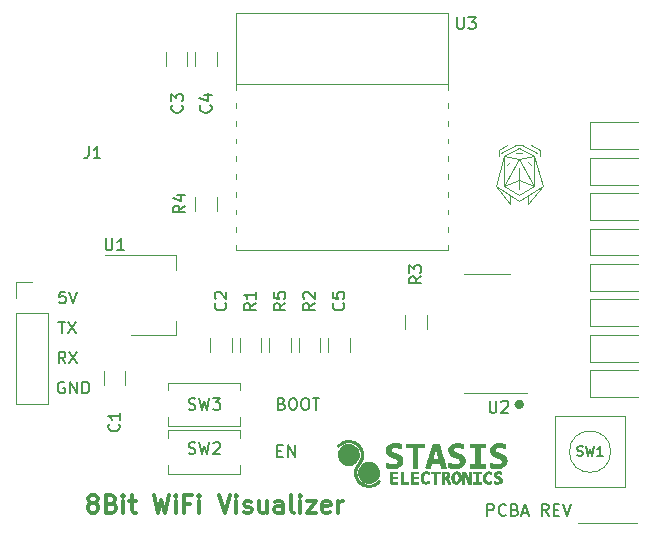
<source format=gbr>
G04 #@! TF.GenerationSoftware,KiCad,Pcbnew,(5.1.6)-1*
G04 #@! TF.CreationDate,2020-10-19T22:19:42+02:00*
G04 #@! TF.ProjectId,8Bit_WiFi_Visualizer,38426974-5f57-4694-9669-5f5669737561,A01*
G04 #@! TF.SameCoordinates,Original*
G04 #@! TF.FileFunction,Legend,Top*
G04 #@! TF.FilePolarity,Positive*
%FSLAX46Y46*%
G04 Gerber Fmt 4.6, Leading zero omitted, Abs format (unit mm)*
G04 Created by KiCad (PCBNEW (5.1.6)-1) date 2020-10-19 22:19:42*
%MOMM*%
%LPD*%
G01*
G04 APERTURE LIST*
%ADD10C,0.400000*%
%ADD11C,0.120000*%
%ADD12C,0.150000*%
%ADD13C,0.300000*%
%ADD14C,0.200000*%
%ADD15C,0.010000*%
%ADD16C,0.250000*%
%ADD17O,1.902000X1.202000*%
%ADD18C,1.392000*%
%ADD19R,1.352000X0.502000*%
%ADD20C,5.702000*%
%ADD21R,1.652000X1.402000*%
%ADD22R,4.102000X4.102000*%
%ADD23R,1.602000X1.002000*%
%ADD24R,2.502000X2.202000*%
%ADD25O,1.802000X1.802000*%
%ADD26R,1.802000X1.802000*%
%ADD27R,2.102000X1.602000*%
%ADD28R,2.102000X3.902000*%
G04 APERTURE END LIST*
D10*
X43950000Y-34000000D02*
G75*
G03*
X43950000Y-34000000I-200000J0D01*
G01*
D11*
X43000000Y-17000000D02*
X43000000Y-16250000D01*
X41750000Y-15500000D02*
X43000000Y-17000000D01*
X44500000Y-17000000D02*
X45750000Y-15500000D01*
X44500000Y-16250000D02*
X44500000Y-17000000D01*
X42000000Y-12500000D02*
X42750000Y-12000000D01*
X44750000Y-12000000D02*
X45500000Y-12500000D01*
X45500000Y-13000000D02*
X45500000Y-12500000D01*
X42000000Y-13000000D02*
X42000000Y-12500000D01*
X44000000Y-12000000D02*
X45250000Y-12750000D01*
X43500000Y-12000000D02*
X44000000Y-12000000D01*
X42250000Y-12750000D02*
X43500000Y-12000000D01*
X43500000Y-12750000D02*
X44000000Y-12750000D01*
X43000000Y-13500000D02*
X42750000Y-13750000D01*
X44500000Y-13500000D02*
X44750000Y-13750000D01*
X41750000Y-15500000D02*
X42500000Y-13000000D01*
X43750000Y-16750000D02*
X41750000Y-15500000D01*
X45750000Y-15500000D02*
X43750000Y-16750000D01*
X45000000Y-13000000D02*
X45750000Y-15500000D01*
X43750000Y-14000000D02*
X43750000Y-14250000D01*
X43750000Y-15750000D02*
X43750000Y-14000000D01*
X43750000Y-15000000D02*
X43750000Y-15750000D01*
X43750000Y-13250000D02*
X42500000Y-15500000D01*
X43750000Y-13250000D02*
X45000000Y-15500000D01*
X43750000Y-15000000D02*
X45000000Y-15500000D01*
X42500000Y-15500000D02*
X43750000Y-15000000D01*
X43750000Y-13250000D02*
X45000000Y-13000000D01*
X42500000Y-13000000D02*
X43750000Y-13250000D01*
X43750000Y-16250000D02*
X42500000Y-15500000D01*
X45000000Y-15500000D02*
X43750000Y-16250000D01*
X45000000Y-13000000D02*
X45000000Y-15500000D01*
X43750000Y-12250000D02*
X45000000Y-13000000D01*
X42500000Y-13000000D02*
X43750000Y-12250000D01*
X42500000Y-15500000D02*
X42500000Y-13000000D01*
X48750000Y-44000000D02*
X53750000Y-44000000D01*
D12*
X41047619Y-43452380D02*
X41047619Y-42452380D01*
X41428571Y-42452380D01*
X41523809Y-42500000D01*
X41571428Y-42547619D01*
X41619047Y-42642857D01*
X41619047Y-42785714D01*
X41571428Y-42880952D01*
X41523809Y-42928571D01*
X41428571Y-42976190D01*
X41047619Y-42976190D01*
X42619047Y-43357142D02*
X42571428Y-43404761D01*
X42428571Y-43452380D01*
X42333333Y-43452380D01*
X42190476Y-43404761D01*
X42095238Y-43309523D01*
X42047619Y-43214285D01*
X42000000Y-43023809D01*
X42000000Y-42880952D01*
X42047619Y-42690476D01*
X42095238Y-42595238D01*
X42190476Y-42500000D01*
X42333333Y-42452380D01*
X42428571Y-42452380D01*
X42571428Y-42500000D01*
X42619047Y-42547619D01*
X43380952Y-42928571D02*
X43523809Y-42976190D01*
X43571428Y-43023809D01*
X43619047Y-43119047D01*
X43619047Y-43261904D01*
X43571428Y-43357142D01*
X43523809Y-43404761D01*
X43428571Y-43452380D01*
X43047619Y-43452380D01*
X43047619Y-42452380D01*
X43380952Y-42452380D01*
X43476190Y-42500000D01*
X43523809Y-42547619D01*
X43571428Y-42642857D01*
X43571428Y-42738095D01*
X43523809Y-42833333D01*
X43476190Y-42880952D01*
X43380952Y-42928571D01*
X43047619Y-42928571D01*
X44000000Y-43166666D02*
X44476190Y-43166666D01*
X43904761Y-43452380D02*
X44238095Y-42452380D01*
X44571428Y-43452380D01*
X46238095Y-43452380D02*
X45904761Y-42976190D01*
X45666666Y-43452380D02*
X45666666Y-42452380D01*
X46047619Y-42452380D01*
X46142857Y-42500000D01*
X46190476Y-42547619D01*
X46238095Y-42642857D01*
X46238095Y-42785714D01*
X46190476Y-42880952D01*
X46142857Y-42928571D01*
X46047619Y-42976190D01*
X45666666Y-42976190D01*
X46666666Y-42928571D02*
X47000000Y-42928571D01*
X47142857Y-43452380D02*
X46666666Y-43452380D01*
X46666666Y-42452380D01*
X47142857Y-42452380D01*
X47428571Y-42452380D02*
X47761904Y-43452380D01*
X48095238Y-42452380D01*
D13*
X7516428Y-42321428D02*
X7373571Y-42250000D01*
X7302142Y-42178571D01*
X7230714Y-42035714D01*
X7230714Y-41964285D01*
X7302142Y-41821428D01*
X7373571Y-41750000D01*
X7516428Y-41678571D01*
X7802142Y-41678571D01*
X7945000Y-41750000D01*
X8016428Y-41821428D01*
X8087857Y-41964285D01*
X8087857Y-42035714D01*
X8016428Y-42178571D01*
X7945000Y-42250000D01*
X7802142Y-42321428D01*
X7516428Y-42321428D01*
X7373571Y-42392857D01*
X7302142Y-42464285D01*
X7230714Y-42607142D01*
X7230714Y-42892857D01*
X7302142Y-43035714D01*
X7373571Y-43107142D01*
X7516428Y-43178571D01*
X7802142Y-43178571D01*
X7945000Y-43107142D01*
X8016428Y-43035714D01*
X8087857Y-42892857D01*
X8087857Y-42607142D01*
X8016428Y-42464285D01*
X7945000Y-42392857D01*
X7802142Y-42321428D01*
X9230714Y-42392857D02*
X9445000Y-42464285D01*
X9516428Y-42535714D01*
X9587857Y-42678571D01*
X9587857Y-42892857D01*
X9516428Y-43035714D01*
X9445000Y-43107142D01*
X9302142Y-43178571D01*
X8730714Y-43178571D01*
X8730714Y-41678571D01*
X9230714Y-41678571D01*
X9373571Y-41750000D01*
X9445000Y-41821428D01*
X9516428Y-41964285D01*
X9516428Y-42107142D01*
X9445000Y-42250000D01*
X9373571Y-42321428D01*
X9230714Y-42392857D01*
X8730714Y-42392857D01*
X10230714Y-43178571D02*
X10230714Y-42178571D01*
X10230714Y-41678571D02*
X10159285Y-41750000D01*
X10230714Y-41821428D01*
X10302142Y-41750000D01*
X10230714Y-41678571D01*
X10230714Y-41821428D01*
X10730714Y-42178571D02*
X11302142Y-42178571D01*
X10945000Y-41678571D02*
X10945000Y-42964285D01*
X11016428Y-43107142D01*
X11159285Y-43178571D01*
X11302142Y-43178571D01*
X12802142Y-41678571D02*
X13159285Y-43178571D01*
X13445000Y-42107142D01*
X13730714Y-43178571D01*
X14087857Y-41678571D01*
X14659285Y-43178571D02*
X14659285Y-42178571D01*
X14659285Y-41678571D02*
X14587857Y-41750000D01*
X14659285Y-41821428D01*
X14730714Y-41750000D01*
X14659285Y-41678571D01*
X14659285Y-41821428D01*
X15873571Y-42392857D02*
X15373571Y-42392857D01*
X15373571Y-43178571D02*
X15373571Y-41678571D01*
X16087857Y-41678571D01*
X16659285Y-43178571D02*
X16659285Y-42178571D01*
X16659285Y-41678571D02*
X16587857Y-41750000D01*
X16659285Y-41821428D01*
X16730714Y-41750000D01*
X16659285Y-41678571D01*
X16659285Y-41821428D01*
X18302142Y-41678571D02*
X18802142Y-43178571D01*
X19302142Y-41678571D01*
X19802142Y-43178571D02*
X19802142Y-42178571D01*
X19802142Y-41678571D02*
X19730714Y-41750000D01*
X19802142Y-41821428D01*
X19873571Y-41750000D01*
X19802142Y-41678571D01*
X19802142Y-41821428D01*
X20445000Y-43107142D02*
X20587857Y-43178571D01*
X20873571Y-43178571D01*
X21016428Y-43107142D01*
X21087857Y-42964285D01*
X21087857Y-42892857D01*
X21016428Y-42750000D01*
X20873571Y-42678571D01*
X20659285Y-42678571D01*
X20516428Y-42607142D01*
X20445000Y-42464285D01*
X20445000Y-42392857D01*
X20516428Y-42250000D01*
X20659285Y-42178571D01*
X20873571Y-42178571D01*
X21016428Y-42250000D01*
X22373571Y-42178571D02*
X22373571Y-43178571D01*
X21730714Y-42178571D02*
X21730714Y-42964285D01*
X21802142Y-43107142D01*
X21945000Y-43178571D01*
X22159285Y-43178571D01*
X22302142Y-43107142D01*
X22373571Y-43035714D01*
X23730714Y-43178571D02*
X23730714Y-42392857D01*
X23659285Y-42250000D01*
X23516428Y-42178571D01*
X23230714Y-42178571D01*
X23087857Y-42250000D01*
X23730714Y-43107142D02*
X23587857Y-43178571D01*
X23230714Y-43178571D01*
X23087857Y-43107142D01*
X23016428Y-42964285D01*
X23016428Y-42821428D01*
X23087857Y-42678571D01*
X23230714Y-42607142D01*
X23587857Y-42607142D01*
X23730714Y-42535714D01*
X24659285Y-43178571D02*
X24516428Y-43107142D01*
X24445000Y-42964285D01*
X24445000Y-41678571D01*
X25230714Y-43178571D02*
X25230714Y-42178571D01*
X25230714Y-41678571D02*
X25159285Y-41750000D01*
X25230714Y-41821428D01*
X25302142Y-41750000D01*
X25230714Y-41678571D01*
X25230714Y-41821428D01*
X25802142Y-42178571D02*
X26587857Y-42178571D01*
X25802142Y-43178571D01*
X26587857Y-43178571D01*
X27730714Y-43107142D02*
X27587857Y-43178571D01*
X27302142Y-43178571D01*
X27159285Y-43107142D01*
X27087857Y-42964285D01*
X27087857Y-42392857D01*
X27159285Y-42250000D01*
X27302142Y-42178571D01*
X27587857Y-42178571D01*
X27730714Y-42250000D01*
X27802142Y-42392857D01*
X27802142Y-42535714D01*
X27087857Y-42678571D01*
X28445000Y-43178571D02*
X28445000Y-42178571D01*
X28445000Y-42464285D02*
X28516428Y-42321428D01*
X28587857Y-42250000D01*
X28730714Y-42178571D01*
X28873571Y-42178571D01*
D12*
X5309523Y-24452380D02*
X4833333Y-24452380D01*
X4785714Y-24928571D01*
X4833333Y-24880952D01*
X4928571Y-24833333D01*
X5166666Y-24833333D01*
X5261904Y-24880952D01*
X5309523Y-24928571D01*
X5357142Y-25023809D01*
X5357142Y-25261904D01*
X5309523Y-25357142D01*
X5261904Y-25404761D01*
X5166666Y-25452380D01*
X4928571Y-25452380D01*
X4833333Y-25404761D01*
X4785714Y-25357142D01*
X5642857Y-24452380D02*
X5976190Y-25452380D01*
X6309523Y-24452380D01*
X5238095Y-32120000D02*
X5142857Y-32072380D01*
X4999999Y-32072380D01*
X4857142Y-32120000D01*
X4761904Y-32215238D01*
X4714285Y-32310476D01*
X4666666Y-32500952D01*
X4666666Y-32643809D01*
X4714285Y-32834285D01*
X4761904Y-32929523D01*
X4857142Y-33024761D01*
X4999999Y-33072380D01*
X5095238Y-33072380D01*
X5238095Y-33024761D01*
X5285714Y-32977142D01*
X5285714Y-32643809D01*
X5095238Y-32643809D01*
X5714285Y-33072380D02*
X5714285Y-32072380D01*
X6285714Y-33072380D01*
X6285714Y-32072380D01*
X6761904Y-33072380D02*
X6761904Y-32072380D01*
X7000000Y-32072380D01*
X7142857Y-32120000D01*
X7238095Y-32215238D01*
X7285714Y-32310476D01*
X7333333Y-32500952D01*
X7333333Y-32643809D01*
X7285714Y-32834285D01*
X7238095Y-32929523D01*
X7142857Y-33024761D01*
X7000000Y-33072380D01*
X6761904Y-33072380D01*
X5333333Y-30532380D02*
X5000000Y-30056190D01*
X4761904Y-30532380D02*
X4761904Y-29532380D01*
X5142857Y-29532380D01*
X5238095Y-29580000D01*
X5285714Y-29627619D01*
X5333333Y-29722857D01*
X5333333Y-29865714D01*
X5285714Y-29960952D01*
X5238095Y-30008571D01*
X5142857Y-30056190D01*
X4761904Y-30056190D01*
X5666666Y-29532380D02*
X6333333Y-30532380D01*
X6333333Y-29532380D02*
X5666666Y-30532380D01*
X4738095Y-26992380D02*
X5309523Y-26992380D01*
X5023809Y-27992380D02*
X5023809Y-26992380D01*
X5547619Y-26992380D02*
X6214285Y-27992380D01*
X6214285Y-26992380D02*
X5547619Y-27992380D01*
D14*
X23261904Y-37928571D02*
X23595238Y-37928571D01*
X23738095Y-38452380D02*
X23261904Y-38452380D01*
X23261904Y-37452380D01*
X23738095Y-37452380D01*
X24166666Y-38452380D02*
X24166666Y-37452380D01*
X24738095Y-38452380D01*
X24738095Y-37452380D01*
X23642857Y-33928571D02*
X23785714Y-33976190D01*
X23833333Y-34023809D01*
X23880952Y-34119047D01*
X23880952Y-34261904D01*
X23833333Y-34357142D01*
X23785714Y-34404761D01*
X23690476Y-34452380D01*
X23309523Y-34452380D01*
X23309523Y-33452380D01*
X23642857Y-33452380D01*
X23738095Y-33500000D01*
X23785714Y-33547619D01*
X23833333Y-33642857D01*
X23833333Y-33738095D01*
X23785714Y-33833333D01*
X23738095Y-33880952D01*
X23642857Y-33928571D01*
X23309523Y-33928571D01*
X24500000Y-33452380D02*
X24690476Y-33452380D01*
X24785714Y-33500000D01*
X24880952Y-33595238D01*
X24928571Y-33785714D01*
X24928571Y-34119047D01*
X24880952Y-34309523D01*
X24785714Y-34404761D01*
X24690476Y-34452380D01*
X24500000Y-34452380D01*
X24404761Y-34404761D01*
X24309523Y-34309523D01*
X24261904Y-34119047D01*
X24261904Y-33785714D01*
X24309523Y-33595238D01*
X24404761Y-33500000D01*
X24500000Y-33452380D01*
X25547619Y-33452380D02*
X25738095Y-33452380D01*
X25833333Y-33500000D01*
X25928571Y-33595238D01*
X25976190Y-33785714D01*
X25976190Y-34119047D01*
X25928571Y-34309523D01*
X25833333Y-34404761D01*
X25738095Y-34452380D01*
X25547619Y-34452380D01*
X25452380Y-34404761D01*
X25357142Y-34309523D01*
X25309523Y-34119047D01*
X25309523Y-33785714D01*
X25357142Y-33595238D01*
X25452380Y-33500000D01*
X25547619Y-33452380D01*
X26261904Y-33452380D02*
X26833333Y-33452380D01*
X26547619Y-34452380D02*
X26547619Y-33452380D01*
D15*
G36*
X29398727Y-37018588D02*
G01*
X29531262Y-37035234D01*
X29621714Y-37056520D01*
X29826810Y-37137100D01*
X30008981Y-37245012D01*
X30166704Y-37378687D01*
X30298456Y-37536553D01*
X30402713Y-37717038D01*
X30477951Y-37918572D01*
X30485908Y-37947714D01*
X30506246Y-38061321D01*
X30515614Y-38194943D01*
X30514034Y-38334010D01*
X30501527Y-38463955D01*
X30485051Y-38546428D01*
X30429892Y-38705426D01*
X30350863Y-38865368D01*
X30256140Y-39010172D01*
X30236669Y-39035111D01*
X30146891Y-39153563D01*
X30079977Y-39259539D01*
X30030190Y-39362895D01*
X30003609Y-39435428D01*
X29961659Y-39618651D01*
X29953835Y-39801407D01*
X29978116Y-39980040D01*
X30032481Y-40150896D01*
X30114912Y-40310320D01*
X30223387Y-40454655D01*
X30355887Y-40580248D01*
X30510391Y-40683442D01*
X30684880Y-40760583D01*
X30746572Y-40779719D01*
X30802180Y-40790071D01*
X30880346Y-40798112D01*
X30967355Y-40802581D01*
X31000572Y-40803082D01*
X31194560Y-40787303D01*
X31375203Y-40738181D01*
X31543952Y-40655132D01*
X31702257Y-40537567D01*
X31738078Y-40504888D01*
X31793464Y-40454377D01*
X31831922Y-40426540D01*
X31861724Y-40417940D01*
X31891142Y-40425142D01*
X31908907Y-40433924D01*
X31941816Y-40468509D01*
X31944953Y-40517659D01*
X31919344Y-40576757D01*
X31866016Y-40641182D01*
X31861950Y-40645124D01*
X31701862Y-40774303D01*
X31523350Y-40874910D01*
X31331516Y-40945349D01*
X31131462Y-40984023D01*
X30928293Y-40989338D01*
X30805310Y-40975567D01*
X30661159Y-40941576D01*
X30513076Y-40889455D01*
X30383714Y-40827677D01*
X30310083Y-40777621D01*
X30224498Y-40706071D01*
X30135445Y-40621510D01*
X30051412Y-40532424D01*
X29980888Y-40447297D01*
X29934717Y-40378857D01*
X29846441Y-40187026D01*
X29792309Y-39987650D01*
X29771982Y-39784478D01*
X29785119Y-39581258D01*
X29831382Y-39381737D01*
X29910431Y-39189664D01*
X30021926Y-39008787D01*
X30063782Y-38954643D01*
X30181347Y-38788558D01*
X30264285Y-38619999D01*
X30314209Y-38444608D01*
X30332729Y-38258024D01*
X30332883Y-38226461D01*
X30314206Y-38039672D01*
X30262710Y-37860791D01*
X30181005Y-37694706D01*
X30071704Y-37546306D01*
X29937418Y-37420480D01*
X29880551Y-37379714D01*
X29783743Y-37319067D01*
X29699402Y-37276063D01*
X29612666Y-37244477D01*
X29508674Y-37218080D01*
X29480200Y-37211972D01*
X29305784Y-37193280D01*
X29126752Y-37207035D01*
X28950003Y-37251273D01*
X28782436Y-37324034D01*
X28630951Y-37423352D01*
X28577922Y-37468675D01*
X28513376Y-37526137D01*
X28467467Y-37560698D01*
X28433788Y-37575709D01*
X28405927Y-37574522D01*
X28389229Y-37567372D01*
X28350727Y-37528849D01*
X28340040Y-37477071D01*
X28350445Y-37442086D01*
X28395868Y-37382577D01*
X28468825Y-37316462D01*
X28562261Y-37248099D01*
X28669119Y-37181844D01*
X28782345Y-37122053D01*
X28894882Y-37073084D01*
X28999674Y-37039293D01*
X29004857Y-37038014D01*
X29121218Y-37019549D01*
X29257276Y-37013217D01*
X29398727Y-37018588D01*
G37*
X29398727Y-37018588D02*
X29531262Y-37035234D01*
X29621714Y-37056520D01*
X29826810Y-37137100D01*
X30008981Y-37245012D01*
X30166704Y-37378687D01*
X30298456Y-37536553D01*
X30402713Y-37717038D01*
X30477951Y-37918572D01*
X30485908Y-37947714D01*
X30506246Y-38061321D01*
X30515614Y-38194943D01*
X30514034Y-38334010D01*
X30501527Y-38463955D01*
X30485051Y-38546428D01*
X30429892Y-38705426D01*
X30350863Y-38865368D01*
X30256140Y-39010172D01*
X30236669Y-39035111D01*
X30146891Y-39153563D01*
X30079977Y-39259539D01*
X30030190Y-39362895D01*
X30003609Y-39435428D01*
X29961659Y-39618651D01*
X29953835Y-39801407D01*
X29978116Y-39980040D01*
X30032481Y-40150896D01*
X30114912Y-40310320D01*
X30223387Y-40454655D01*
X30355887Y-40580248D01*
X30510391Y-40683442D01*
X30684880Y-40760583D01*
X30746572Y-40779719D01*
X30802180Y-40790071D01*
X30880346Y-40798112D01*
X30967355Y-40802581D01*
X31000572Y-40803082D01*
X31194560Y-40787303D01*
X31375203Y-40738181D01*
X31543952Y-40655132D01*
X31702257Y-40537567D01*
X31738078Y-40504888D01*
X31793464Y-40454377D01*
X31831922Y-40426540D01*
X31861724Y-40417940D01*
X31891142Y-40425142D01*
X31908907Y-40433924D01*
X31941816Y-40468509D01*
X31944953Y-40517659D01*
X31919344Y-40576757D01*
X31866016Y-40641182D01*
X31861950Y-40645124D01*
X31701862Y-40774303D01*
X31523350Y-40874910D01*
X31331516Y-40945349D01*
X31131462Y-40984023D01*
X30928293Y-40989338D01*
X30805310Y-40975567D01*
X30661159Y-40941576D01*
X30513076Y-40889455D01*
X30383714Y-40827677D01*
X30310083Y-40777621D01*
X30224498Y-40706071D01*
X30135445Y-40621510D01*
X30051412Y-40532424D01*
X29980888Y-40447297D01*
X29934717Y-40378857D01*
X29846441Y-40187026D01*
X29792309Y-39987650D01*
X29771982Y-39784478D01*
X29785119Y-39581258D01*
X29831382Y-39381737D01*
X29910431Y-39189664D01*
X30021926Y-39008787D01*
X30063782Y-38954643D01*
X30181347Y-38788558D01*
X30264285Y-38619999D01*
X30314209Y-38444608D01*
X30332729Y-38258024D01*
X30332883Y-38226461D01*
X30314206Y-38039672D01*
X30262710Y-37860791D01*
X30181005Y-37694706D01*
X30071704Y-37546306D01*
X29937418Y-37420480D01*
X29880551Y-37379714D01*
X29783743Y-37319067D01*
X29699402Y-37276063D01*
X29612666Y-37244477D01*
X29508674Y-37218080D01*
X29480200Y-37211972D01*
X29305784Y-37193280D01*
X29126752Y-37207035D01*
X28950003Y-37251273D01*
X28782436Y-37324034D01*
X28630951Y-37423352D01*
X28577922Y-37468675D01*
X28513376Y-37526137D01*
X28467467Y-37560698D01*
X28433788Y-37575709D01*
X28405927Y-37574522D01*
X28389229Y-37567372D01*
X28350727Y-37528849D01*
X28340040Y-37477071D01*
X28350445Y-37442086D01*
X28395868Y-37382577D01*
X28468825Y-37316462D01*
X28562261Y-37248099D01*
X28669119Y-37181844D01*
X28782345Y-37122053D01*
X28894882Y-37073084D01*
X28999674Y-37039293D01*
X29004857Y-37038014D01*
X29121218Y-37019549D01*
X29257276Y-37013217D01*
X29398727Y-37018588D01*
G36*
X38546099Y-39686707D02*
G01*
X38639684Y-39730951D01*
X38713318Y-39804852D01*
X38767388Y-39908847D01*
X38802278Y-40043371D01*
X38810209Y-40099284D01*
X38814411Y-40244746D01*
X38793547Y-40377667D01*
X38749767Y-40493936D01*
X38685221Y-40589443D01*
X38602061Y-40660076D01*
X38502436Y-40701724D01*
X38494109Y-40703618D01*
X38431699Y-40716122D01*
X38389110Y-40720558D01*
X38350841Y-40717169D01*
X38303072Y-40706606D01*
X38202687Y-40670526D01*
X38125424Y-40614973D01*
X38069187Y-40536709D01*
X38031884Y-40432498D01*
X38011419Y-40299100D01*
X38008133Y-40250680D01*
X38008072Y-40209792D01*
X38203364Y-40209792D01*
X38207105Y-40304676D01*
X38218127Y-40384319D01*
X38222155Y-40400710D01*
X38257250Y-40469872D01*
X38313006Y-40518089D01*
X38380758Y-40542744D01*
X38451835Y-40541223D01*
X38517573Y-40510908D01*
X38535480Y-40495287D01*
X38571853Y-40438179D01*
X38598053Y-40355847D01*
X38613374Y-40258091D01*
X38617116Y-40154713D01*
X38608575Y-40055517D01*
X38587048Y-39970304D01*
X38575061Y-39943133D01*
X38524641Y-39878389D01*
X38460655Y-39842511D01*
X38390964Y-39835083D01*
X38323431Y-39855691D01*
X38265918Y-39903916D01*
X38232749Y-39961241D01*
X38216493Y-40025320D01*
X38206596Y-40112422D01*
X38203364Y-40209792D01*
X38008072Y-40209792D01*
X38007916Y-40106364D01*
X38024863Y-39988513D01*
X38060676Y-39890768D01*
X38117057Y-39806769D01*
X38131162Y-39790830D01*
X38208614Y-39724925D01*
X38297782Y-39686418D01*
X38407080Y-39671977D01*
X38432176Y-39671684D01*
X38546099Y-39686707D01*
G37*
X38546099Y-39686707D02*
X38639684Y-39730951D01*
X38713318Y-39804852D01*
X38767388Y-39908847D01*
X38802278Y-40043371D01*
X38810209Y-40099284D01*
X38814411Y-40244746D01*
X38793547Y-40377667D01*
X38749767Y-40493936D01*
X38685221Y-40589443D01*
X38602061Y-40660076D01*
X38502436Y-40701724D01*
X38494109Y-40703618D01*
X38431699Y-40716122D01*
X38389110Y-40720558D01*
X38350841Y-40717169D01*
X38303072Y-40706606D01*
X38202687Y-40670526D01*
X38125424Y-40614973D01*
X38069187Y-40536709D01*
X38031884Y-40432498D01*
X38011419Y-40299100D01*
X38008133Y-40250680D01*
X38008072Y-40209792D01*
X38203364Y-40209792D01*
X38207105Y-40304676D01*
X38218127Y-40384319D01*
X38222155Y-40400710D01*
X38257250Y-40469872D01*
X38313006Y-40518089D01*
X38380758Y-40542744D01*
X38451835Y-40541223D01*
X38517573Y-40510908D01*
X38535480Y-40495287D01*
X38571853Y-40438179D01*
X38598053Y-40355847D01*
X38613374Y-40258091D01*
X38617116Y-40154713D01*
X38608575Y-40055517D01*
X38587048Y-39970304D01*
X38575061Y-39943133D01*
X38524641Y-39878389D01*
X38460655Y-39842511D01*
X38390964Y-39835083D01*
X38323431Y-39855691D01*
X38265918Y-39903916D01*
X38232749Y-39961241D01*
X38216493Y-40025320D01*
X38206596Y-40112422D01*
X38203364Y-40209792D01*
X38008072Y-40209792D01*
X38007916Y-40106364D01*
X38024863Y-39988513D01*
X38060676Y-39890768D01*
X38117057Y-39806769D01*
X38131162Y-39790830D01*
X38208614Y-39724925D01*
X38297782Y-39686418D01*
X38407080Y-39671977D01*
X38432176Y-39671684D01*
X38546099Y-39686707D01*
G36*
X42112615Y-39679515D02*
G01*
X42212857Y-39692039D01*
X42212857Y-39868324D01*
X42153893Y-39850712D01*
X42093496Y-39838733D01*
X42020848Y-39832858D01*
X41947415Y-39832979D01*
X41884665Y-39838986D01*
X41844064Y-39850769D01*
X41839718Y-39853719D01*
X41796797Y-39899563D01*
X41784273Y-39942541D01*
X41803360Y-39984521D01*
X41855268Y-40027372D01*
X41941211Y-40072963D01*
X41997928Y-40097619D01*
X42110342Y-40149627D01*
X42190878Y-40200742D01*
X42243677Y-40254485D01*
X42272877Y-40314376D01*
X42277988Y-40335813D01*
X42282362Y-40443140D01*
X42254380Y-40537143D01*
X42195843Y-40614117D01*
X42117481Y-40666265D01*
X42060534Y-40685773D01*
X41984632Y-40702232D01*
X41903192Y-40713746D01*
X41829632Y-40718416D01*
X41777429Y-40714360D01*
X41743797Y-40708110D01*
X41690323Y-40699989D01*
X41664036Y-40696398D01*
X41577857Y-40685062D01*
X41577857Y-40593493D01*
X41578780Y-40539737D01*
X41584931Y-40514241D01*
X41601381Y-40508980D01*
X41627750Y-40514550D01*
X41774049Y-40543988D01*
X41892385Y-40551056D01*
X41983382Y-40535734D01*
X42045036Y-40500453D01*
X42080536Y-40454466D01*
X42083579Y-40409491D01*
X42053298Y-40364354D01*
X41988829Y-40317879D01*
X41889306Y-40268892D01*
X41867657Y-40259740D01*
X41755797Y-40207053D01*
X41675687Y-40153370D01*
X41622925Y-40094598D01*
X41593110Y-40026641D01*
X41587091Y-39998817D01*
X41589458Y-39911459D01*
X41621570Y-39826777D01*
X41677831Y-39755666D01*
X41731117Y-39718491D01*
X41815578Y-39689729D01*
X41923553Y-39674352D01*
X42044417Y-39673444D01*
X42112615Y-39679515D01*
G37*
X42112615Y-39679515D02*
X42212857Y-39692039D01*
X42212857Y-39868324D01*
X42153893Y-39850712D01*
X42093496Y-39838733D01*
X42020848Y-39832858D01*
X41947415Y-39832979D01*
X41884665Y-39838986D01*
X41844064Y-39850769D01*
X41839718Y-39853719D01*
X41796797Y-39899563D01*
X41784273Y-39942541D01*
X41803360Y-39984521D01*
X41855268Y-40027372D01*
X41941211Y-40072963D01*
X41997928Y-40097619D01*
X42110342Y-40149627D01*
X42190878Y-40200742D01*
X42243677Y-40254485D01*
X42272877Y-40314376D01*
X42277988Y-40335813D01*
X42282362Y-40443140D01*
X42254380Y-40537143D01*
X42195843Y-40614117D01*
X42117481Y-40666265D01*
X42060534Y-40685773D01*
X41984632Y-40702232D01*
X41903192Y-40713746D01*
X41829632Y-40718416D01*
X41777429Y-40714360D01*
X41743797Y-40708110D01*
X41690323Y-40699989D01*
X41664036Y-40696398D01*
X41577857Y-40685062D01*
X41577857Y-40593493D01*
X41578780Y-40539737D01*
X41584931Y-40514241D01*
X41601381Y-40508980D01*
X41627750Y-40514550D01*
X41774049Y-40543988D01*
X41892385Y-40551056D01*
X41983382Y-40535734D01*
X42045036Y-40500453D01*
X42080536Y-40454466D01*
X42083579Y-40409491D01*
X42053298Y-40364354D01*
X41988829Y-40317879D01*
X41889306Y-40268892D01*
X41867657Y-40259740D01*
X41755797Y-40207053D01*
X41675687Y-40153370D01*
X41622925Y-40094598D01*
X41593110Y-40026641D01*
X41587091Y-39998817D01*
X41589458Y-39911459D01*
X41621570Y-39826777D01*
X41677831Y-39755666D01*
X41731117Y-39718491D01*
X41815578Y-39689729D01*
X41923553Y-39674352D01*
X42044417Y-39673444D01*
X42112615Y-39679515D01*
G36*
X33431714Y-39834571D02*
G01*
X33014429Y-39834571D01*
X33014429Y-40106714D01*
X33413572Y-40106714D01*
X33413572Y-40251857D01*
X33014429Y-40251857D01*
X33014429Y-40542143D01*
X33431714Y-40542143D01*
X33431714Y-40705428D01*
X33135381Y-40705428D01*
X33035160Y-40704723D01*
X32947922Y-40702771D01*
X32880009Y-40699822D01*
X32837761Y-40696125D01*
X32826952Y-40693333D01*
X32823776Y-40672696D01*
X32820912Y-40620572D01*
X32818473Y-40541759D01*
X32816576Y-40441055D01*
X32815333Y-40323259D01*
X32814859Y-40193168D01*
X32814857Y-40185333D01*
X32814857Y-39689428D01*
X33431714Y-39689428D01*
X33431714Y-39834571D01*
G37*
X33431714Y-39834571D02*
X33014429Y-39834571D01*
X33014429Y-40106714D01*
X33413572Y-40106714D01*
X33413572Y-40251857D01*
X33014429Y-40251857D01*
X33014429Y-40542143D01*
X33431714Y-40542143D01*
X33431714Y-40705428D01*
X33135381Y-40705428D01*
X33035160Y-40704723D01*
X32947922Y-40702771D01*
X32880009Y-40699822D01*
X32837761Y-40696125D01*
X32826952Y-40693333D01*
X32823776Y-40672696D01*
X32820912Y-40620572D01*
X32818473Y-40541759D01*
X32816576Y-40441055D01*
X32815333Y-40323259D01*
X32814859Y-40193168D01*
X32814857Y-40185333D01*
X32814857Y-39689428D01*
X33431714Y-39689428D01*
X33431714Y-39834571D01*
G36*
X33903429Y-40542143D02*
G01*
X34338857Y-40542143D01*
X34338857Y-40705428D01*
X33722000Y-40705428D01*
X33722000Y-39689428D01*
X33903429Y-39689428D01*
X33903429Y-40542143D01*
G37*
X33903429Y-40542143D02*
X34338857Y-40542143D01*
X34338857Y-40705428D01*
X33722000Y-40705428D01*
X33722000Y-39689428D01*
X33903429Y-39689428D01*
X33903429Y-40542143D01*
G36*
X35191571Y-39834571D02*
G01*
X34774286Y-39834571D01*
X34774286Y-40106714D01*
X35173429Y-40106714D01*
X35173429Y-40251857D01*
X34774286Y-40251857D01*
X34774286Y-40542143D01*
X35191571Y-40542143D01*
X35191571Y-40705428D01*
X34592857Y-40705428D01*
X34592857Y-39689428D01*
X35191571Y-39689428D01*
X35191571Y-39834571D01*
G37*
X35191571Y-39834571D02*
X34774286Y-39834571D01*
X34774286Y-40106714D01*
X35173429Y-40106714D01*
X35173429Y-40251857D01*
X34774286Y-40251857D01*
X34774286Y-40542143D01*
X35191571Y-40542143D01*
X35191571Y-40705428D01*
X34592857Y-40705428D01*
X34592857Y-39689428D01*
X35191571Y-39689428D01*
X35191571Y-39834571D01*
G36*
X36017071Y-39684225D02*
G01*
X36059544Y-39695017D01*
X36081674Y-39710607D01*
X36091086Y-39741722D01*
X36095110Y-39794006D01*
X36100578Y-39888048D01*
X36024794Y-39861309D01*
X35912157Y-39835765D01*
X35811452Y-39841426D01*
X35726001Y-39877372D01*
X35659129Y-39942685D01*
X35643813Y-39966764D01*
X35621276Y-40012367D01*
X35608064Y-40059048D01*
X35601943Y-40118746D01*
X35600659Y-40197428D01*
X35606459Y-40308180D01*
X35624970Y-40390813D01*
X35658869Y-40452077D01*
X35710827Y-40498721D01*
X35723131Y-40506591D01*
X35798693Y-40534352D01*
X35891932Y-40540912D01*
X35990820Y-40525908D01*
X36023862Y-40515733D01*
X36098714Y-40489324D01*
X36098714Y-40576361D01*
X36097120Y-40629222D01*
X36087163Y-40657755D01*
X36061085Y-40673912D01*
X36028574Y-40684414D01*
X35973212Y-40695368D01*
X35898866Y-40702970D01*
X35831074Y-40705428D01*
X35749795Y-40702117D01*
X35686852Y-40689560D01*
X35624684Y-40663820D01*
X35608484Y-40655535D01*
X35542563Y-40614295D01*
X35494121Y-40564306D01*
X35456734Y-40505857D01*
X35431189Y-40458441D01*
X35414772Y-40418003D01*
X35405477Y-40374240D01*
X35401298Y-40316852D01*
X35400231Y-40235539D01*
X35400214Y-40215571D01*
X35406966Y-40077778D01*
X35428564Y-39967166D01*
X35467020Y-39876975D01*
X35523565Y-39801282D01*
X35600183Y-39742711D01*
X35700736Y-39700279D01*
X35815623Y-39676260D01*
X35935244Y-39672933D01*
X36017071Y-39684225D01*
G37*
X36017071Y-39684225D02*
X36059544Y-39695017D01*
X36081674Y-39710607D01*
X36091086Y-39741722D01*
X36095110Y-39794006D01*
X36100578Y-39888048D01*
X36024794Y-39861309D01*
X35912157Y-39835765D01*
X35811452Y-39841426D01*
X35726001Y-39877372D01*
X35659129Y-39942685D01*
X35643813Y-39966764D01*
X35621276Y-40012367D01*
X35608064Y-40059048D01*
X35601943Y-40118746D01*
X35600659Y-40197428D01*
X35606459Y-40308180D01*
X35624970Y-40390813D01*
X35658869Y-40452077D01*
X35710827Y-40498721D01*
X35723131Y-40506591D01*
X35798693Y-40534352D01*
X35891932Y-40540912D01*
X35990820Y-40525908D01*
X36023862Y-40515733D01*
X36098714Y-40489324D01*
X36098714Y-40576361D01*
X36097120Y-40629222D01*
X36087163Y-40657755D01*
X36061085Y-40673912D01*
X36028574Y-40684414D01*
X35973212Y-40695368D01*
X35898866Y-40702970D01*
X35831074Y-40705428D01*
X35749795Y-40702117D01*
X35686852Y-40689560D01*
X35624684Y-40663820D01*
X35608484Y-40655535D01*
X35542563Y-40614295D01*
X35494121Y-40564306D01*
X35456734Y-40505857D01*
X35431189Y-40458441D01*
X35414772Y-40418003D01*
X35405477Y-40374240D01*
X35401298Y-40316852D01*
X35400231Y-40235539D01*
X35400214Y-40215571D01*
X35406966Y-40077778D01*
X35428564Y-39967166D01*
X35467020Y-39876975D01*
X35523565Y-39801282D01*
X35600183Y-39742711D01*
X35700736Y-39700279D01*
X35815623Y-39676260D01*
X35935244Y-39672933D01*
X36017071Y-39684225D01*
G36*
X37024000Y-39834571D02*
G01*
X36733714Y-39834571D01*
X36733714Y-40705428D01*
X36552286Y-40705428D01*
X36552286Y-39834571D01*
X36262000Y-39834571D01*
X36262000Y-39689428D01*
X37024000Y-39689428D01*
X37024000Y-39834571D01*
G37*
X37024000Y-39834571D02*
X36733714Y-39834571D01*
X36733714Y-40705428D01*
X36552286Y-40705428D01*
X36552286Y-39834571D01*
X36262000Y-39834571D01*
X36262000Y-39689428D01*
X37024000Y-39689428D01*
X37024000Y-39834571D01*
G36*
X37409536Y-39689827D02*
G01*
X37512786Y-39691172D01*
X37588105Y-39695425D01*
X37643798Y-39703555D01*
X37688167Y-39716535D01*
X37707690Y-39724687D01*
X37781617Y-39775698D01*
X37827383Y-39849133D01*
X37845349Y-39945629D01*
X37845634Y-39968084D01*
X37831446Y-40058163D01*
X37789203Y-40127513D01*
X37715663Y-40181215D01*
X37706590Y-40185856D01*
X37664679Y-40207787D01*
X37651478Y-40221925D01*
X37663170Y-40236559D01*
X37678237Y-40247408D01*
X37697695Y-40271238D01*
X37728358Y-40319981D01*
X37766032Y-40385691D01*
X37806522Y-40460425D01*
X37845636Y-40536237D01*
X37879178Y-40605184D01*
X37902957Y-40659320D01*
X37912777Y-40690702D01*
X37912833Y-40691821D01*
X37896479Y-40699125D01*
X37853946Y-40704064D01*
X37808480Y-40705428D01*
X37703960Y-40705428D01*
X37626344Y-40526172D01*
X37582355Y-40429235D01*
X37545752Y-40361613D01*
X37512418Y-40318207D01*
X37478238Y-40293916D01*
X37439095Y-40283641D01*
X37429881Y-40282788D01*
X37377786Y-40279071D01*
X37372674Y-40492250D01*
X37367563Y-40705428D01*
X37187286Y-40705428D01*
X37187286Y-39834571D01*
X37368714Y-39834571D01*
X37368714Y-40124857D01*
X37460067Y-40124857D01*
X37527717Y-40118723D01*
X37582889Y-40102832D01*
X37594990Y-40096309D01*
X37636340Y-40049289D01*
X37652992Y-39985575D01*
X37642902Y-39921592D01*
X37607846Y-39878065D01*
X37544522Y-39848317D01*
X37459206Y-39835023D01*
X37438578Y-39834571D01*
X37368714Y-39834571D01*
X37187286Y-39834571D01*
X37187286Y-39689428D01*
X37409536Y-39689827D01*
G37*
X37409536Y-39689827D02*
X37512786Y-39691172D01*
X37588105Y-39695425D01*
X37643798Y-39703555D01*
X37688167Y-39716535D01*
X37707690Y-39724687D01*
X37781617Y-39775698D01*
X37827383Y-39849133D01*
X37845349Y-39945629D01*
X37845634Y-39968084D01*
X37831446Y-40058163D01*
X37789203Y-40127513D01*
X37715663Y-40181215D01*
X37706590Y-40185856D01*
X37664679Y-40207787D01*
X37651478Y-40221925D01*
X37663170Y-40236559D01*
X37678237Y-40247408D01*
X37697695Y-40271238D01*
X37728358Y-40319981D01*
X37766032Y-40385691D01*
X37806522Y-40460425D01*
X37845636Y-40536237D01*
X37879178Y-40605184D01*
X37902957Y-40659320D01*
X37912777Y-40690702D01*
X37912833Y-40691821D01*
X37896479Y-40699125D01*
X37853946Y-40704064D01*
X37808480Y-40705428D01*
X37703960Y-40705428D01*
X37626344Y-40526172D01*
X37582355Y-40429235D01*
X37545752Y-40361613D01*
X37512418Y-40318207D01*
X37478238Y-40293916D01*
X37439095Y-40283641D01*
X37429881Y-40282788D01*
X37377786Y-40279071D01*
X37372674Y-40492250D01*
X37367563Y-40705428D01*
X37187286Y-40705428D01*
X37187286Y-39834571D01*
X37368714Y-39834571D01*
X37368714Y-40124857D01*
X37460067Y-40124857D01*
X37527717Y-40118723D01*
X37582889Y-40102832D01*
X37594990Y-40096309D01*
X37636340Y-40049289D01*
X37652992Y-39985575D01*
X37642902Y-39921592D01*
X37607846Y-39878065D01*
X37544522Y-39848317D01*
X37459206Y-39835023D01*
X37438578Y-39834571D01*
X37368714Y-39834571D01*
X37187286Y-39834571D01*
X37187286Y-39689428D01*
X37409536Y-39689827D01*
G36*
X39288664Y-39977610D02*
G01*
X39333855Y-40077569D01*
X39376140Y-40171102D01*
X39412281Y-40251046D01*
X39439038Y-40310235D01*
X39450654Y-40335932D01*
X39461483Y-40359038D01*
X39469586Y-40371173D01*
X39475445Y-40368550D01*
X39479539Y-40347379D01*
X39482352Y-40303873D01*
X39484365Y-40234243D01*
X39486058Y-40134702D01*
X39487276Y-40047750D01*
X39492196Y-39689428D01*
X39654714Y-39689428D01*
X39654714Y-40707160D01*
X39541818Y-40701758D01*
X39428922Y-40696357D01*
X39297122Y-40406071D01*
X39251563Y-40305606D01*
X39208920Y-40211351D01*
X39172437Y-40130490D01*
X39145355Y-40070205D01*
X39133340Y-40043214D01*
X39101357Y-39970643D01*
X39096446Y-40338035D01*
X39091534Y-40705428D01*
X38929000Y-40705428D01*
X38929000Y-39689428D01*
X39158377Y-39689428D01*
X39288664Y-39977610D01*
G37*
X39288664Y-39977610D02*
X39333855Y-40077569D01*
X39376140Y-40171102D01*
X39412281Y-40251046D01*
X39439038Y-40310235D01*
X39450654Y-40335932D01*
X39461483Y-40359038D01*
X39469586Y-40371173D01*
X39475445Y-40368550D01*
X39479539Y-40347379D01*
X39482352Y-40303873D01*
X39484365Y-40234243D01*
X39486058Y-40134702D01*
X39487276Y-40047750D01*
X39492196Y-39689428D01*
X39654714Y-39689428D01*
X39654714Y-40707160D01*
X39541818Y-40701758D01*
X39428922Y-40696357D01*
X39297122Y-40406071D01*
X39251563Y-40305606D01*
X39208920Y-40211351D01*
X39172437Y-40130490D01*
X39145355Y-40070205D01*
X39133340Y-40043214D01*
X39101357Y-39970643D01*
X39096446Y-40338035D01*
X39091534Y-40705428D01*
X38929000Y-40705428D01*
X38929000Y-39689428D01*
X39158377Y-39689428D01*
X39288664Y-39977610D01*
G36*
X40489286Y-39834571D02*
G01*
X40271571Y-39834571D01*
X40271571Y-40542143D01*
X40489286Y-40542143D01*
X40489286Y-40705428D01*
X39854286Y-40705428D01*
X39854286Y-40542143D01*
X40072000Y-40542143D01*
X40072000Y-39834571D01*
X39854286Y-39834571D01*
X39854286Y-39689428D01*
X40489286Y-39689428D01*
X40489286Y-39834571D01*
G37*
X40489286Y-39834571D02*
X40271571Y-39834571D01*
X40271571Y-40542143D01*
X40489286Y-40542143D01*
X40489286Y-40705428D01*
X39854286Y-40705428D01*
X39854286Y-40542143D01*
X40072000Y-40542143D01*
X40072000Y-39834571D01*
X39854286Y-39834571D01*
X39854286Y-39689428D01*
X40489286Y-39689428D01*
X40489286Y-39834571D01*
G36*
X41230328Y-39674983D02*
G01*
X41299576Y-39684029D01*
X41328393Y-39690382D01*
X41369158Y-39703675D01*
X41389161Y-39721520D01*
X41395790Y-39755532D01*
X41396429Y-39797363D01*
X41396429Y-39885449D01*
X41311902Y-39860010D01*
X41190618Y-39836596D01*
X41087980Y-39844081D01*
X41005249Y-39881510D01*
X40943688Y-39947932D01*
X40904560Y-40042394D01*
X40889126Y-40163943D01*
X40888928Y-40179285D01*
X40894625Y-40292356D01*
X40913837Y-40378300D01*
X40948771Y-40444468D01*
X40978627Y-40478148D01*
X41046013Y-40519547D01*
X41133853Y-40539668D01*
X41232401Y-40537346D01*
X41313508Y-40518170D01*
X41396429Y-40489917D01*
X41396429Y-40664835D01*
X41315823Y-40685132D01*
X41246045Y-40696892D01*
X41161533Y-40702842D01*
X41074808Y-40702976D01*
X40998389Y-40697293D01*
X40944797Y-40685787D01*
X40943399Y-40685243D01*
X40843528Y-40626823D01*
X40767102Y-40541557D01*
X40715424Y-40431347D01*
X40691768Y-40318069D01*
X40686130Y-40156156D01*
X40707137Y-40014349D01*
X40753459Y-39894491D01*
X40823766Y-39798427D01*
X40916727Y-39727999D01*
X41031011Y-39685052D01*
X41158317Y-39671387D01*
X41230328Y-39674983D01*
G37*
X41230328Y-39674983D02*
X41299576Y-39684029D01*
X41328393Y-39690382D01*
X41369158Y-39703675D01*
X41389161Y-39721520D01*
X41395790Y-39755532D01*
X41396429Y-39797363D01*
X41396429Y-39885449D01*
X41311902Y-39860010D01*
X41190618Y-39836596D01*
X41087980Y-39844081D01*
X41005249Y-39881510D01*
X40943688Y-39947932D01*
X40904560Y-40042394D01*
X40889126Y-40163943D01*
X40888928Y-40179285D01*
X40894625Y-40292356D01*
X40913837Y-40378300D01*
X40948771Y-40444468D01*
X40978627Y-40478148D01*
X41046013Y-40519547D01*
X41133853Y-40539668D01*
X41232401Y-40537346D01*
X41313508Y-40518170D01*
X41396429Y-40489917D01*
X41396429Y-40664835D01*
X41315823Y-40685132D01*
X41246045Y-40696892D01*
X41161533Y-40702842D01*
X41074808Y-40702976D01*
X40998389Y-40697293D01*
X40944797Y-40685787D01*
X40943399Y-40685243D01*
X40843528Y-40626823D01*
X40767102Y-40541557D01*
X40715424Y-40431347D01*
X40691768Y-40318069D01*
X40686130Y-40156156D01*
X40707137Y-40014349D01*
X40753459Y-39894491D01*
X40823766Y-39798427D01*
X40916727Y-39727999D01*
X41031011Y-39685052D01*
X41158317Y-39671387D01*
X41230328Y-39674983D01*
G36*
X31226723Y-38900811D02*
G01*
X31386746Y-38960100D01*
X31529245Y-39047617D01*
X31651651Y-39159056D01*
X31751397Y-39290109D01*
X31825916Y-39436472D01*
X31872640Y-39593838D01*
X31889002Y-39757900D01*
X31872434Y-39924354D01*
X31862508Y-39967136D01*
X31801269Y-40134162D01*
X31711717Y-40281779D01*
X31597660Y-40407452D01*
X31462908Y-40508649D01*
X31311270Y-40582835D01*
X31146555Y-40627476D01*
X30972573Y-40640038D01*
X30864500Y-40631007D01*
X30734991Y-40598313D01*
X30601192Y-40539804D01*
X30475296Y-40461994D01*
X30369497Y-40371393D01*
X30360364Y-40361743D01*
X30252630Y-40220630D01*
X30175315Y-40065056D01*
X30130022Y-39900018D01*
X30118357Y-39730513D01*
X30127152Y-39635227D01*
X30170117Y-39464850D01*
X30242371Y-39310984D01*
X30340147Y-39176148D01*
X30459675Y-39062857D01*
X30597187Y-38973630D01*
X30748913Y-38910983D01*
X30911085Y-38877434D01*
X31079934Y-38875501D01*
X31226723Y-38900811D01*
G37*
X31226723Y-38900811D02*
X31386746Y-38960100D01*
X31529245Y-39047617D01*
X31651651Y-39159056D01*
X31751397Y-39290109D01*
X31825916Y-39436472D01*
X31872640Y-39593838D01*
X31889002Y-39757900D01*
X31872434Y-39924354D01*
X31862508Y-39967136D01*
X31801269Y-40134162D01*
X31711717Y-40281779D01*
X31597660Y-40407452D01*
X31462908Y-40508649D01*
X31311270Y-40582835D01*
X31146555Y-40627476D01*
X30972573Y-40640038D01*
X30864500Y-40631007D01*
X30734991Y-40598313D01*
X30601192Y-40539804D01*
X30475296Y-40461994D01*
X30369497Y-40371393D01*
X30360364Y-40361743D01*
X30252630Y-40220630D01*
X30175315Y-40065056D01*
X30130022Y-39900018D01*
X30118357Y-39730513D01*
X30127152Y-39635227D01*
X30170117Y-39464850D01*
X30242371Y-39310984D01*
X30340147Y-39176148D01*
X30459675Y-39062857D01*
X30597187Y-38973630D01*
X30748913Y-38910983D01*
X30911085Y-38877434D01*
X31079934Y-38875501D01*
X31226723Y-38900811D01*
G36*
X33366143Y-37294193D02*
G01*
X33509821Y-37307272D01*
X33634288Y-37327990D01*
X33690250Y-37342092D01*
X33705368Y-37351220D01*
X33714843Y-37372444D01*
X33719919Y-37412744D01*
X33721836Y-37479099D01*
X33722000Y-37520505D01*
X33722000Y-37689566D01*
X33592521Y-37655572D01*
X33438171Y-37623347D01*
X33291403Y-37608560D01*
X33158078Y-37611020D01*
X33044056Y-37630538D01*
X32955198Y-37666925D01*
X32940396Y-37676612D01*
X32889293Y-37733627D01*
X32864981Y-37806577D01*
X32870702Y-37883790D01*
X32877492Y-37903084D01*
X32898444Y-37939026D01*
X32932702Y-37973297D01*
X32984491Y-38008354D01*
X33058038Y-38046656D01*
X33157570Y-38090658D01*
X33287312Y-38142818D01*
X33295021Y-38145822D01*
X33391150Y-38185366D01*
X33484189Y-38227405D01*
X33564164Y-38267197D01*
X33621100Y-38299999D01*
X33625675Y-38303077D01*
X33730918Y-38395846D01*
X33806192Y-38506185D01*
X33850580Y-38629918D01*
X33863161Y-38762869D01*
X33843015Y-38900863D01*
X33789224Y-39039725D01*
X33788310Y-39041496D01*
X33708554Y-39156705D01*
X33600232Y-39249857D01*
X33463995Y-39320412D01*
X33440786Y-39329160D01*
X33363118Y-39348797D01*
X33258197Y-39363516D01*
X33134747Y-39373119D01*
X33001492Y-39377407D01*
X32867158Y-39376181D01*
X32740468Y-39369242D01*
X32630146Y-39356391D01*
X32588072Y-39348606D01*
X32442929Y-39317500D01*
X32437758Y-39131536D01*
X32436346Y-39054370D01*
X32436617Y-38992841D01*
X32438451Y-38954527D01*
X32440677Y-38945571D01*
X32460482Y-38950064D01*
X32507485Y-38962184D01*
X32573910Y-38979898D01*
X32627276Y-38994394D01*
X32721916Y-39018068D01*
X32806104Y-39033015D01*
X32894532Y-39041087D01*
X33001894Y-39044134D01*
X33023500Y-39044287D01*
X33119597Y-39044011D01*
X33188022Y-39041296D01*
X33237369Y-39034979D01*
X33276229Y-39023893D01*
X33313195Y-39006873D01*
X33317948Y-39004357D01*
X33392734Y-38947993D01*
X33436138Y-38879385D01*
X33448386Y-38804108D01*
X33429704Y-38727737D01*
X33380318Y-38655849D01*
X33301316Y-38594517D01*
X33251665Y-38569275D01*
X33178673Y-38536633D01*
X33093206Y-38501299D01*
X33026801Y-38475618D01*
X32891182Y-38422404D01*
X32784894Y-38374444D01*
X32702011Y-38328415D01*
X32636610Y-38280990D01*
X32582763Y-38228844D01*
X32578450Y-38223998D01*
X32507518Y-38117988D01*
X32465522Y-37998982D01*
X32451608Y-37873487D01*
X32464919Y-37748007D01*
X32504599Y-37629046D01*
X32569794Y-37523109D01*
X32659646Y-37436702D01*
X32684221Y-37419950D01*
X32796592Y-37360117D01*
X32917664Y-37319878D01*
X33055857Y-37297166D01*
X33214000Y-37289930D01*
X33366143Y-37294193D01*
G37*
X33366143Y-37294193D02*
X33509821Y-37307272D01*
X33634288Y-37327990D01*
X33690250Y-37342092D01*
X33705368Y-37351220D01*
X33714843Y-37372444D01*
X33719919Y-37412744D01*
X33721836Y-37479099D01*
X33722000Y-37520505D01*
X33722000Y-37689566D01*
X33592521Y-37655572D01*
X33438171Y-37623347D01*
X33291403Y-37608560D01*
X33158078Y-37611020D01*
X33044056Y-37630538D01*
X32955198Y-37666925D01*
X32940396Y-37676612D01*
X32889293Y-37733627D01*
X32864981Y-37806577D01*
X32870702Y-37883790D01*
X32877492Y-37903084D01*
X32898444Y-37939026D01*
X32932702Y-37973297D01*
X32984491Y-38008354D01*
X33058038Y-38046656D01*
X33157570Y-38090658D01*
X33287312Y-38142818D01*
X33295021Y-38145822D01*
X33391150Y-38185366D01*
X33484189Y-38227405D01*
X33564164Y-38267197D01*
X33621100Y-38299999D01*
X33625675Y-38303077D01*
X33730918Y-38395846D01*
X33806192Y-38506185D01*
X33850580Y-38629918D01*
X33863161Y-38762869D01*
X33843015Y-38900863D01*
X33789224Y-39039725D01*
X33788310Y-39041496D01*
X33708554Y-39156705D01*
X33600232Y-39249857D01*
X33463995Y-39320412D01*
X33440786Y-39329160D01*
X33363118Y-39348797D01*
X33258197Y-39363516D01*
X33134747Y-39373119D01*
X33001492Y-39377407D01*
X32867158Y-39376181D01*
X32740468Y-39369242D01*
X32630146Y-39356391D01*
X32588072Y-39348606D01*
X32442929Y-39317500D01*
X32437758Y-39131536D01*
X32436346Y-39054370D01*
X32436617Y-38992841D01*
X32438451Y-38954527D01*
X32440677Y-38945571D01*
X32460482Y-38950064D01*
X32507485Y-38962184D01*
X32573910Y-38979898D01*
X32627276Y-38994394D01*
X32721916Y-39018068D01*
X32806104Y-39033015D01*
X32894532Y-39041087D01*
X33001894Y-39044134D01*
X33023500Y-39044287D01*
X33119597Y-39044011D01*
X33188022Y-39041296D01*
X33237369Y-39034979D01*
X33276229Y-39023893D01*
X33313195Y-39006873D01*
X33317948Y-39004357D01*
X33392734Y-38947993D01*
X33436138Y-38879385D01*
X33448386Y-38804108D01*
X33429704Y-38727737D01*
X33380318Y-38655849D01*
X33301316Y-38594517D01*
X33251665Y-38569275D01*
X33178673Y-38536633D01*
X33093206Y-38501299D01*
X33026801Y-38475618D01*
X32891182Y-38422404D01*
X32784894Y-38374444D01*
X32702011Y-38328415D01*
X32636610Y-38280990D01*
X32582763Y-38228844D01*
X32578450Y-38223998D01*
X32507518Y-38117988D01*
X32465522Y-37998982D01*
X32451608Y-37873487D01*
X32464919Y-37748007D01*
X32504599Y-37629046D01*
X32569794Y-37523109D01*
X32659646Y-37436702D01*
X32684221Y-37419950D01*
X32796592Y-37360117D01*
X32917664Y-37319878D01*
X33055857Y-37297166D01*
X33214000Y-37289930D01*
X33366143Y-37294193D01*
G36*
X38584915Y-37288749D02*
G01*
X38712598Y-37297533D01*
X38833520Y-37312464D01*
X38933536Y-37332535D01*
X39001572Y-37350398D01*
X39001572Y-37687286D01*
X38870036Y-37653737D01*
X38702682Y-37619787D01*
X38550972Y-37606526D01*
X38418416Y-37613692D01*
X38308522Y-37641023D01*
X38224798Y-37688259D01*
X38208444Y-37703070D01*
X38167284Y-37753159D01*
X38150499Y-37802552D01*
X38148857Y-37830780D01*
X38159930Y-37890144D01*
X38195065Y-37944608D01*
X38257133Y-37996489D01*
X38349010Y-38048107D01*
X38473566Y-38101779D01*
X38494938Y-38110032D01*
X38658691Y-38175585D01*
X38791010Y-38236100D01*
X38895901Y-38294326D01*
X38977369Y-38353011D01*
X39039422Y-38414904D01*
X39086064Y-38482752D01*
X39110421Y-38532290D01*
X39137139Y-38628489D01*
X39146419Y-38742293D01*
X39138744Y-38859756D01*
X39114597Y-38966931D01*
X39093612Y-39018143D01*
X39012671Y-39139951D01*
X38905862Y-39236995D01*
X38772535Y-39309752D01*
X38634526Y-39353647D01*
X38554281Y-39366456D01*
X38448218Y-39374738D01*
X38326520Y-39378501D01*
X38199371Y-39377751D01*
X38076953Y-39372496D01*
X37969449Y-39362744D01*
X37907875Y-39353116D01*
X37822988Y-39336511D01*
X37767112Y-39322338D01*
X37734229Y-39303561D01*
X37718322Y-39273147D01*
X37713373Y-39224057D01*
X37713364Y-39149258D01*
X37713429Y-39125777D01*
X37714256Y-39049896D01*
X37716486Y-38989784D01*
X37719740Y-38953148D01*
X37722273Y-38945571D01*
X37742428Y-38950037D01*
X37789714Y-38962078D01*
X37856271Y-38979662D01*
X37908238Y-38993670D01*
X38029074Y-39020320D01*
X38157143Y-39037950D01*
X38284361Y-39046375D01*
X38402647Y-39045416D01*
X38503915Y-39034889D01*
X38580083Y-39014612D01*
X38592186Y-39009071D01*
X38671391Y-38954649D01*
X38717606Y-38887415D01*
X38732724Y-38804551D01*
X38732697Y-38799884D01*
X38721065Y-38735109D01*
X38686203Y-38676293D01*
X38625323Y-38621248D01*
X38535637Y-38567788D01*
X38414360Y-38513724D01*
X38325172Y-38480051D01*
X38160799Y-38414307D01*
X38029423Y-38346547D01*
X37927754Y-38274896D01*
X37873766Y-38222835D01*
X37804948Y-38129857D01*
X37764450Y-38031095D01*
X37747996Y-37915183D01*
X37747178Y-37886244D01*
X37759684Y-37738586D01*
X37801181Y-37611961D01*
X37871961Y-37506084D01*
X37972319Y-37420676D01*
X38102549Y-37355453D01*
X38262945Y-37310135D01*
X38365141Y-37293461D01*
X38464440Y-37287072D01*
X38584915Y-37288749D01*
G37*
X38584915Y-37288749D02*
X38712598Y-37297533D01*
X38833520Y-37312464D01*
X38933536Y-37332535D01*
X39001572Y-37350398D01*
X39001572Y-37687286D01*
X38870036Y-37653737D01*
X38702682Y-37619787D01*
X38550972Y-37606526D01*
X38418416Y-37613692D01*
X38308522Y-37641023D01*
X38224798Y-37688259D01*
X38208444Y-37703070D01*
X38167284Y-37753159D01*
X38150499Y-37802552D01*
X38148857Y-37830780D01*
X38159930Y-37890144D01*
X38195065Y-37944608D01*
X38257133Y-37996489D01*
X38349010Y-38048107D01*
X38473566Y-38101779D01*
X38494938Y-38110032D01*
X38658691Y-38175585D01*
X38791010Y-38236100D01*
X38895901Y-38294326D01*
X38977369Y-38353011D01*
X39039422Y-38414904D01*
X39086064Y-38482752D01*
X39110421Y-38532290D01*
X39137139Y-38628489D01*
X39146419Y-38742293D01*
X39138744Y-38859756D01*
X39114597Y-38966931D01*
X39093612Y-39018143D01*
X39012671Y-39139951D01*
X38905862Y-39236995D01*
X38772535Y-39309752D01*
X38634526Y-39353647D01*
X38554281Y-39366456D01*
X38448218Y-39374738D01*
X38326520Y-39378501D01*
X38199371Y-39377751D01*
X38076953Y-39372496D01*
X37969449Y-39362744D01*
X37907875Y-39353116D01*
X37822988Y-39336511D01*
X37767112Y-39322338D01*
X37734229Y-39303561D01*
X37718322Y-39273147D01*
X37713373Y-39224057D01*
X37713364Y-39149258D01*
X37713429Y-39125777D01*
X37714256Y-39049896D01*
X37716486Y-38989784D01*
X37719740Y-38953148D01*
X37722273Y-38945571D01*
X37742428Y-38950037D01*
X37789714Y-38962078D01*
X37856271Y-38979662D01*
X37908238Y-38993670D01*
X38029074Y-39020320D01*
X38157143Y-39037950D01*
X38284361Y-39046375D01*
X38402647Y-39045416D01*
X38503915Y-39034889D01*
X38580083Y-39014612D01*
X38592186Y-39009071D01*
X38671391Y-38954649D01*
X38717606Y-38887415D01*
X38732724Y-38804551D01*
X38732697Y-38799884D01*
X38721065Y-38735109D01*
X38686203Y-38676293D01*
X38625323Y-38621248D01*
X38535637Y-38567788D01*
X38414360Y-38513724D01*
X38325172Y-38480051D01*
X38160799Y-38414307D01*
X38029423Y-38346547D01*
X37927754Y-38274896D01*
X37873766Y-38222835D01*
X37804948Y-38129857D01*
X37764450Y-38031095D01*
X37747996Y-37915183D01*
X37747178Y-37886244D01*
X37759684Y-37738586D01*
X37801181Y-37611961D01*
X37871961Y-37506084D01*
X37972319Y-37420676D01*
X38102549Y-37355453D01*
X38262945Y-37310135D01*
X38365141Y-37293461D01*
X38464440Y-37287072D01*
X38584915Y-37288749D01*
G36*
X42220165Y-37295515D02*
G01*
X42359343Y-37310772D01*
X42482150Y-37335051D01*
X42507679Y-37342092D01*
X42522991Y-37351393D01*
X42532504Y-37373032D01*
X42537513Y-37414089D01*
X42539315Y-37481645D01*
X42539429Y-37515567D01*
X42539429Y-37679690D01*
X42489536Y-37670110D01*
X42448007Y-37662104D01*
X42383501Y-37649633D01*
X42308665Y-37635143D01*
X42294500Y-37632398D01*
X42134592Y-37609783D01*
X41994934Y-37607161D01*
X41877910Y-37623958D01*
X41785901Y-37659598D01*
X41721290Y-37713509D01*
X41688135Y-37778597D01*
X41682074Y-37859748D01*
X41710831Y-37931449D01*
X41773941Y-37992736D01*
X41798458Y-38008339D01*
X41845173Y-38032247D01*
X41916713Y-38064838D01*
X42003908Y-38102097D01*
X42097592Y-38140010D01*
X42112450Y-38145822D01*
X42208579Y-38185366D01*
X42301618Y-38227405D01*
X42381592Y-38267197D01*
X42438529Y-38299999D01*
X42443104Y-38303077D01*
X42548346Y-38395846D01*
X42623621Y-38506185D01*
X42668009Y-38629918D01*
X42680590Y-38762869D01*
X42660444Y-38900863D01*
X42606652Y-39039725D01*
X42605738Y-39041496D01*
X42525982Y-39156705D01*
X42417661Y-39249857D01*
X42281424Y-39320412D01*
X42258214Y-39329160D01*
X42180546Y-39348797D01*
X42075625Y-39363516D01*
X41952175Y-39373119D01*
X41818921Y-39377407D01*
X41684586Y-39376181D01*
X41557896Y-39369242D01*
X41447575Y-39356391D01*
X41405500Y-39348606D01*
X41260357Y-39317500D01*
X41255187Y-39131536D01*
X41253775Y-39054370D01*
X41254046Y-38992841D01*
X41255880Y-38954527D01*
X41258105Y-38945571D01*
X41277911Y-38950064D01*
X41324914Y-38962184D01*
X41391338Y-38979898D01*
X41444704Y-38994394D01*
X41539345Y-39018068D01*
X41623532Y-39033015D01*
X41711960Y-39041087D01*
X41819322Y-39044134D01*
X41840929Y-39044287D01*
X41937025Y-39044011D01*
X42005451Y-39041296D01*
X42054798Y-39034979D01*
X42093658Y-39023893D01*
X42130623Y-39006873D01*
X42135376Y-39004357D01*
X42210163Y-38947993D01*
X42253566Y-38879385D01*
X42265814Y-38804108D01*
X42247132Y-38727737D01*
X42197747Y-38655849D01*
X42118744Y-38594517D01*
X42069094Y-38569275D01*
X41996102Y-38536633D01*
X41910635Y-38501299D01*
X41844230Y-38475618D01*
X41708610Y-38422404D01*
X41602322Y-38374444D01*
X41519440Y-38328415D01*
X41454038Y-38280990D01*
X41400192Y-38228844D01*
X41395879Y-38223998D01*
X41321395Y-38112819D01*
X41279451Y-37985832D01*
X41269530Y-37876446D01*
X41284787Y-37731908D01*
X41330390Y-37606950D01*
X41406548Y-37501308D01*
X41513469Y-37414718D01*
X41651363Y-37346918D01*
X41704857Y-37328253D01*
X41806962Y-37305650D01*
X41933719Y-37292777D01*
X42074872Y-37289458D01*
X42220165Y-37295515D01*
G37*
X42220165Y-37295515D02*
X42359343Y-37310772D01*
X42482150Y-37335051D01*
X42507679Y-37342092D01*
X42522991Y-37351393D01*
X42532504Y-37373032D01*
X42537513Y-37414089D01*
X42539315Y-37481645D01*
X42539429Y-37515567D01*
X42539429Y-37679690D01*
X42489536Y-37670110D01*
X42448007Y-37662104D01*
X42383501Y-37649633D01*
X42308665Y-37635143D01*
X42294500Y-37632398D01*
X42134592Y-37609783D01*
X41994934Y-37607161D01*
X41877910Y-37623958D01*
X41785901Y-37659598D01*
X41721290Y-37713509D01*
X41688135Y-37778597D01*
X41682074Y-37859748D01*
X41710831Y-37931449D01*
X41773941Y-37992736D01*
X41798458Y-38008339D01*
X41845173Y-38032247D01*
X41916713Y-38064838D01*
X42003908Y-38102097D01*
X42097592Y-38140010D01*
X42112450Y-38145822D01*
X42208579Y-38185366D01*
X42301618Y-38227405D01*
X42381592Y-38267197D01*
X42438529Y-38299999D01*
X42443104Y-38303077D01*
X42548346Y-38395846D01*
X42623621Y-38506185D01*
X42668009Y-38629918D01*
X42680590Y-38762869D01*
X42660444Y-38900863D01*
X42606652Y-39039725D01*
X42605738Y-39041496D01*
X42525982Y-39156705D01*
X42417661Y-39249857D01*
X42281424Y-39320412D01*
X42258214Y-39329160D01*
X42180546Y-39348797D01*
X42075625Y-39363516D01*
X41952175Y-39373119D01*
X41818921Y-39377407D01*
X41684586Y-39376181D01*
X41557896Y-39369242D01*
X41447575Y-39356391D01*
X41405500Y-39348606D01*
X41260357Y-39317500D01*
X41255187Y-39131536D01*
X41253775Y-39054370D01*
X41254046Y-38992841D01*
X41255880Y-38954527D01*
X41258105Y-38945571D01*
X41277911Y-38950064D01*
X41324914Y-38962184D01*
X41391338Y-38979898D01*
X41444704Y-38994394D01*
X41539345Y-39018068D01*
X41623532Y-39033015D01*
X41711960Y-39041087D01*
X41819322Y-39044134D01*
X41840929Y-39044287D01*
X41937025Y-39044011D01*
X42005451Y-39041296D01*
X42054798Y-39034979D01*
X42093658Y-39023893D01*
X42130623Y-39006873D01*
X42135376Y-39004357D01*
X42210163Y-38947993D01*
X42253566Y-38879385D01*
X42265814Y-38804108D01*
X42247132Y-38727737D01*
X42197747Y-38655849D01*
X42118744Y-38594517D01*
X42069094Y-38569275D01*
X41996102Y-38536633D01*
X41910635Y-38501299D01*
X41844230Y-38475618D01*
X41708610Y-38422404D01*
X41602322Y-38374444D01*
X41519440Y-38328415D01*
X41454038Y-38280990D01*
X41400192Y-38228844D01*
X41395879Y-38223998D01*
X41321395Y-38112819D01*
X41279451Y-37985832D01*
X41269530Y-37876446D01*
X41284787Y-37731908D01*
X41330390Y-37606950D01*
X41406548Y-37501308D01*
X41513469Y-37414718D01*
X41651363Y-37346918D01*
X41704857Y-37328253D01*
X41806962Y-37305650D01*
X41933719Y-37292777D01*
X42074872Y-37289458D01*
X42220165Y-37295515D01*
G36*
X35663286Y-37639286D02*
G01*
X35100857Y-37639286D01*
X35100857Y-39362857D01*
X34719857Y-39362857D01*
X34719857Y-37640231D01*
X34443179Y-37635222D01*
X34166500Y-37630214D01*
X34156016Y-37312714D01*
X35663286Y-37312714D01*
X35663286Y-37639286D01*
G37*
X35663286Y-37639286D02*
X35100857Y-37639286D01*
X35100857Y-39362857D01*
X34719857Y-39362857D01*
X34719857Y-37640231D01*
X34443179Y-37635222D01*
X34166500Y-37630214D01*
X34156016Y-37312714D01*
X35663286Y-37312714D01*
X35663286Y-37639286D01*
G36*
X37241171Y-38315107D02*
G01*
X37295531Y-38499121D01*
X37346951Y-38672990D01*
X37394492Y-38833551D01*
X37437215Y-38977640D01*
X37474181Y-39102096D01*
X37504450Y-39203755D01*
X37527083Y-39279453D01*
X37541141Y-39326029D01*
X37545576Y-39340178D01*
X37540644Y-39350378D01*
X37513956Y-39357214D01*
X37461140Y-39361180D01*
X37377824Y-39362769D01*
X37344729Y-39362857D01*
X37135432Y-39362857D01*
X37108006Y-39267607D01*
X37087344Y-39195027D01*
X37063626Y-39110536D01*
X37049315Y-39058964D01*
X37018051Y-38945571D01*
X36300861Y-38945571D01*
X36273434Y-39040821D01*
X36252773Y-39113401D01*
X36229055Y-39197892D01*
X36214744Y-39249464D01*
X36183480Y-39362857D01*
X35994013Y-39362857D01*
X35905553Y-39361785D01*
X35848848Y-39358197D01*
X35819420Y-39351530D01*
X35812791Y-39341222D01*
X35813129Y-39340178D01*
X35819719Y-39319051D01*
X35835644Y-39266286D01*
X35859963Y-39185046D01*
X35891733Y-39078492D01*
X35930016Y-38949788D01*
X35973869Y-38802097D01*
X36022352Y-38638579D01*
X36022777Y-38637143D01*
X36391561Y-38637143D01*
X36663935Y-38637143D01*
X36773124Y-38636457D01*
X36850091Y-38634170D01*
X36898880Y-38629935D01*
X36923534Y-38623403D01*
X36928184Y-38614464D01*
X36921274Y-38591409D01*
X36906056Y-38538328D01*
X36883924Y-38460160D01*
X36856273Y-38361846D01*
X36824496Y-38248323D01*
X36795272Y-38143522D01*
X36761246Y-38023214D01*
X36729920Y-37916094D01*
X36702683Y-37826620D01*
X36680922Y-37759248D01*
X36666027Y-37718437D01*
X36659647Y-37708093D01*
X36651614Y-37728836D01*
X36635698Y-37778955D01*
X36613581Y-37852823D01*
X36586945Y-37944814D01*
X36557473Y-38049301D01*
X36555449Y-38056571D01*
X36523448Y-38171388D01*
X36492126Y-38283355D01*
X36463805Y-38384195D01*
X36440811Y-38465632D01*
X36426825Y-38514678D01*
X36391561Y-38637143D01*
X36022777Y-38637143D01*
X36074524Y-38462399D01*
X36118096Y-38315107D01*
X36414480Y-37312714D01*
X36945216Y-37312714D01*
X37241171Y-38315107D01*
G37*
X37241171Y-38315107D02*
X37295531Y-38499121D01*
X37346951Y-38672990D01*
X37394492Y-38833551D01*
X37437215Y-38977640D01*
X37474181Y-39102096D01*
X37504450Y-39203755D01*
X37527083Y-39279453D01*
X37541141Y-39326029D01*
X37545576Y-39340178D01*
X37540644Y-39350378D01*
X37513956Y-39357214D01*
X37461140Y-39361180D01*
X37377824Y-39362769D01*
X37344729Y-39362857D01*
X37135432Y-39362857D01*
X37108006Y-39267607D01*
X37087344Y-39195027D01*
X37063626Y-39110536D01*
X37049315Y-39058964D01*
X37018051Y-38945571D01*
X36300861Y-38945571D01*
X36273434Y-39040821D01*
X36252773Y-39113401D01*
X36229055Y-39197892D01*
X36214744Y-39249464D01*
X36183480Y-39362857D01*
X35994013Y-39362857D01*
X35905553Y-39361785D01*
X35848848Y-39358197D01*
X35819420Y-39351530D01*
X35812791Y-39341222D01*
X35813129Y-39340178D01*
X35819719Y-39319051D01*
X35835644Y-39266286D01*
X35859963Y-39185046D01*
X35891733Y-39078492D01*
X35930016Y-38949788D01*
X35973869Y-38802097D01*
X36022352Y-38638579D01*
X36022777Y-38637143D01*
X36391561Y-38637143D01*
X36663935Y-38637143D01*
X36773124Y-38636457D01*
X36850091Y-38634170D01*
X36898880Y-38629935D01*
X36923534Y-38623403D01*
X36928184Y-38614464D01*
X36921274Y-38591409D01*
X36906056Y-38538328D01*
X36883924Y-38460160D01*
X36856273Y-38361846D01*
X36824496Y-38248323D01*
X36795272Y-38143522D01*
X36761246Y-38023214D01*
X36729920Y-37916094D01*
X36702683Y-37826620D01*
X36680922Y-37759248D01*
X36666027Y-37718437D01*
X36659647Y-37708093D01*
X36651614Y-37728836D01*
X36635698Y-37778955D01*
X36613581Y-37852823D01*
X36586945Y-37944814D01*
X36557473Y-38049301D01*
X36555449Y-38056571D01*
X36523448Y-38171388D01*
X36492126Y-38283355D01*
X36463805Y-38384195D01*
X36440811Y-38465632D01*
X36426825Y-38514678D01*
X36391561Y-38637143D01*
X36022777Y-38637143D01*
X36074524Y-38462399D01*
X36118096Y-38315107D01*
X36414480Y-37312714D01*
X36945216Y-37312714D01*
X37241171Y-38315107D01*
G36*
X40852143Y-37621143D02*
G01*
X40398571Y-37621143D01*
X40398571Y-39036285D01*
X40852143Y-39036285D01*
X40852143Y-39362857D01*
X39564000Y-39362857D01*
X39564000Y-39036285D01*
X40017571Y-39036285D01*
X40017571Y-37621143D01*
X39564000Y-37621143D01*
X39564000Y-37312714D01*
X40852143Y-37312714D01*
X40852143Y-37621143D01*
G37*
X40852143Y-37621143D02*
X40398571Y-37621143D01*
X40398571Y-39036285D01*
X40852143Y-39036285D01*
X40852143Y-39362857D01*
X39564000Y-39362857D01*
X39564000Y-39036285D01*
X40017571Y-39036285D01*
X40017571Y-37621143D01*
X39564000Y-37621143D01*
X39564000Y-37312714D01*
X40852143Y-37312714D01*
X40852143Y-37621143D01*
G36*
X29409008Y-37367783D02*
G01*
X29411648Y-37368152D01*
X29580119Y-37409321D01*
X29733595Y-37480948D01*
X29868845Y-37579316D01*
X29982640Y-37700710D01*
X30071748Y-37841413D01*
X30132940Y-37997709D01*
X30162983Y-38165882D01*
X30165557Y-38235375D01*
X30153170Y-38405456D01*
X30115262Y-38554582D01*
X30048957Y-38690147D01*
X29951377Y-38819550D01*
X29928680Y-38844462D01*
X29797352Y-38959674D01*
X29648433Y-39046052D01*
X29487166Y-39102060D01*
X29318794Y-39126163D01*
X29148561Y-39116828D01*
X29061324Y-39098324D01*
X28900479Y-39036843D01*
X28754885Y-38945192D01*
X28628810Y-38827786D01*
X28526524Y-38689038D01*
X28452295Y-38533362D01*
X28424405Y-38439726D01*
X28410317Y-38336127D01*
X28409545Y-38214147D01*
X28421065Y-38088739D01*
X28443851Y-37974852D01*
X28459679Y-37925493D01*
X28536073Y-37773474D01*
X28639951Y-37641038D01*
X28766667Y-37530903D01*
X28911577Y-37445791D01*
X29070033Y-37388421D01*
X29237393Y-37361511D01*
X29409008Y-37367783D01*
G37*
X29409008Y-37367783D02*
X29411648Y-37368152D01*
X29580119Y-37409321D01*
X29733595Y-37480948D01*
X29868845Y-37579316D01*
X29982640Y-37700710D01*
X30071748Y-37841413D01*
X30132940Y-37997709D01*
X30162983Y-38165882D01*
X30165557Y-38235375D01*
X30153170Y-38405456D01*
X30115262Y-38554582D01*
X30048957Y-38690147D01*
X29951377Y-38819550D01*
X29928680Y-38844462D01*
X29797352Y-38959674D01*
X29648433Y-39046052D01*
X29487166Y-39102060D01*
X29318794Y-39126163D01*
X29148561Y-39116828D01*
X29061324Y-39098324D01*
X28900479Y-39036843D01*
X28754885Y-38945192D01*
X28628810Y-38827786D01*
X28526524Y-38689038D01*
X28452295Y-38533362D01*
X28424405Y-38439726D01*
X28410317Y-38336127D01*
X28409545Y-38214147D01*
X28421065Y-38088739D01*
X28443851Y-37974852D01*
X28459679Y-37925493D01*
X28536073Y-37773474D01*
X28639951Y-37641038D01*
X28766667Y-37530903D01*
X28911577Y-37445791D01*
X29070033Y-37388421D01*
X29237393Y-37361511D01*
X29409008Y-37367783D01*
D11*
X18160000Y-16397936D02*
X18160000Y-17602064D01*
X16340000Y-16397936D02*
X16340000Y-17602064D01*
X20090000Y-28397936D02*
X20090000Y-29602064D01*
X21910000Y-28397936D02*
X21910000Y-29602064D01*
X25090000Y-28397936D02*
X25090000Y-29602064D01*
X26910000Y-28397936D02*
X26910000Y-29602064D01*
X35910000Y-26397936D02*
X35910000Y-27602064D01*
X34090000Y-26397936D02*
X34090000Y-27602064D01*
X22590000Y-28397936D02*
X22590000Y-29602064D01*
X24410000Y-28397936D02*
X24410000Y-29602064D01*
X49720000Y-12385000D02*
X53780000Y-12385000D01*
X49720000Y-10115000D02*
X49720000Y-12385000D01*
X53780000Y-10115000D02*
X49720000Y-10115000D01*
X49720000Y-15385000D02*
X53780000Y-15385000D01*
X49720000Y-13115000D02*
X49720000Y-15385000D01*
X53780000Y-13115000D02*
X49720000Y-13115000D01*
X49720000Y-18385000D02*
X53780000Y-18385000D01*
X49720000Y-16115000D02*
X49720000Y-18385000D01*
X53780000Y-16115000D02*
X49720000Y-16115000D01*
X49720000Y-21385000D02*
X53780000Y-21385000D01*
X49720000Y-19115000D02*
X49720000Y-21385000D01*
X53780000Y-19115000D02*
X49720000Y-19115000D01*
X49720000Y-24385000D02*
X53780000Y-24385000D01*
X49720000Y-22115000D02*
X49720000Y-24385000D01*
X53780000Y-22115000D02*
X49720000Y-22115000D01*
X49720000Y-27385000D02*
X53780000Y-27385000D01*
X49720000Y-25115000D02*
X49720000Y-27385000D01*
X53780000Y-25115000D02*
X49720000Y-25115000D01*
X49720000Y-30385000D02*
X53780000Y-30385000D01*
X49720000Y-28115000D02*
X49720000Y-30385000D01*
X53780000Y-28115000D02*
X49720000Y-28115000D01*
X49720000Y-33385000D02*
X53780000Y-33385000D01*
X49720000Y-31115000D02*
X49720000Y-33385000D01*
X53780000Y-31115000D02*
X49720000Y-31115000D01*
X29410000Y-29602064D02*
X29410000Y-28397936D01*
X27590000Y-29602064D02*
X27590000Y-28397936D01*
X18160000Y-5352064D02*
X18160000Y-4147936D01*
X16340000Y-5352064D02*
X16340000Y-4147936D01*
X15660000Y-5352064D02*
X15660000Y-4147936D01*
X13840000Y-5352064D02*
X13840000Y-4147936D01*
X8590000Y-31147936D02*
X8590000Y-32352064D01*
X10410000Y-31147936D02*
X10410000Y-32352064D01*
X17590000Y-28397936D02*
X17590000Y-29602064D01*
X19410000Y-28397936D02*
X19410000Y-29602064D01*
X46750000Y-35000000D02*
X52750000Y-35000000D01*
X52750000Y-35000000D02*
X52750000Y-41000000D01*
X46750000Y-41000000D02*
X46750000Y-35000000D01*
X51500000Y-38000000D02*
G75*
G03*
X51500000Y-38000000I-1750000J0D01*
G01*
X52750000Y-41000000D02*
X46750000Y-41000000D01*
X19750000Y-6900000D02*
X37750000Y-6900000D01*
X37750000Y-900000D02*
X19750000Y-900000D01*
X37750000Y-20900000D02*
X37750000Y-900000D01*
X19750000Y-20900000D02*
X37750000Y-20900000D01*
X19750000Y-900000D02*
X19750000Y-20900000D01*
X17100000Y-35850000D02*
X14050000Y-35850000D01*
X14050000Y-32150000D02*
X20150000Y-32150000D01*
X14050000Y-35850000D02*
X14050000Y-32150000D01*
X20150000Y-35850000D02*
X14050000Y-35850000D01*
X20150000Y-32150000D02*
X20150000Y-35850000D01*
X17100000Y-39850000D02*
X14050000Y-39850000D01*
X14050000Y-36150000D02*
X20150000Y-36150000D01*
X14050000Y-39850000D02*
X14050000Y-36150000D01*
X20150000Y-39850000D02*
X14050000Y-39850000D01*
X20150000Y-36150000D02*
X20150000Y-39850000D01*
X41000000Y-33060000D02*
X44450000Y-33060000D01*
X41000000Y-33060000D02*
X39050000Y-33060000D01*
X41000000Y-22940000D02*
X42950000Y-22940000D01*
X41000000Y-22940000D02*
X39050000Y-22940000D01*
X1170000Y-33950000D02*
X3830000Y-33950000D01*
X1170000Y-26270000D02*
X1170000Y-33950000D01*
X3830000Y-26270000D02*
X3830000Y-33950000D01*
X1170000Y-26270000D02*
X3830000Y-26270000D01*
X1170000Y-25000000D02*
X1170000Y-23670000D01*
X1170000Y-23670000D02*
X2500000Y-23670000D01*
X14660000Y-28160000D02*
X14660000Y-26900000D01*
X14660000Y-21340000D02*
X14660000Y-22600000D01*
X10900000Y-28160000D02*
X14660000Y-28160000D01*
X8650000Y-21340000D02*
X14660000Y-21340000D01*
D12*
X7286666Y-12152380D02*
X7286666Y-12866666D01*
X7239047Y-13009523D01*
X7143809Y-13104761D01*
X7000952Y-13152380D01*
X6905714Y-13152380D01*
X8286666Y-13152380D02*
X7715238Y-13152380D01*
X8000952Y-13152380D02*
X8000952Y-12152380D01*
X7905714Y-12295238D01*
X7810476Y-12390476D01*
X7715238Y-12438095D01*
X15452380Y-17166666D02*
X14976190Y-17500000D01*
X15452380Y-17738095D02*
X14452380Y-17738095D01*
X14452380Y-17357142D01*
X14500000Y-17261904D01*
X14547619Y-17214285D01*
X14642857Y-17166666D01*
X14785714Y-17166666D01*
X14880952Y-17214285D01*
X14928571Y-17261904D01*
X14976190Y-17357142D01*
X14976190Y-17738095D01*
X14785714Y-16309523D02*
X15452380Y-16309523D01*
X14404761Y-16547619D02*
X15119047Y-16785714D01*
X15119047Y-16166666D01*
X21452380Y-25416666D02*
X20976190Y-25750000D01*
X21452380Y-25988095D02*
X20452380Y-25988095D01*
X20452380Y-25607142D01*
X20500000Y-25511904D01*
X20547619Y-25464285D01*
X20642857Y-25416666D01*
X20785714Y-25416666D01*
X20880952Y-25464285D01*
X20928571Y-25511904D01*
X20976190Y-25607142D01*
X20976190Y-25988095D01*
X21452380Y-24464285D02*
X21452380Y-25035714D01*
X21452380Y-24750000D02*
X20452380Y-24750000D01*
X20595238Y-24845238D01*
X20690476Y-24940476D01*
X20738095Y-25035714D01*
X26452380Y-25416666D02*
X25976190Y-25750000D01*
X26452380Y-25988095D02*
X25452380Y-25988095D01*
X25452380Y-25607142D01*
X25500000Y-25511904D01*
X25547619Y-25464285D01*
X25642857Y-25416666D01*
X25785714Y-25416666D01*
X25880952Y-25464285D01*
X25928571Y-25511904D01*
X25976190Y-25607142D01*
X25976190Y-25988095D01*
X25547619Y-25035714D02*
X25500000Y-24988095D01*
X25452380Y-24892857D01*
X25452380Y-24654761D01*
X25500000Y-24559523D01*
X25547619Y-24511904D01*
X25642857Y-24464285D01*
X25738095Y-24464285D01*
X25880952Y-24511904D01*
X26452380Y-25083333D01*
X26452380Y-24464285D01*
X35452380Y-23166666D02*
X34976190Y-23500000D01*
X35452380Y-23738095D02*
X34452380Y-23738095D01*
X34452380Y-23357142D01*
X34500000Y-23261904D01*
X34547619Y-23214285D01*
X34642857Y-23166666D01*
X34785714Y-23166666D01*
X34880952Y-23214285D01*
X34928571Y-23261904D01*
X34976190Y-23357142D01*
X34976190Y-23738095D01*
X34452380Y-22833333D02*
X34452380Y-22214285D01*
X34833333Y-22547619D01*
X34833333Y-22404761D01*
X34880952Y-22309523D01*
X34928571Y-22261904D01*
X35023809Y-22214285D01*
X35261904Y-22214285D01*
X35357142Y-22261904D01*
X35404761Y-22309523D01*
X35452380Y-22404761D01*
X35452380Y-22690476D01*
X35404761Y-22785714D01*
X35357142Y-22833333D01*
X23952380Y-25416666D02*
X23476190Y-25750000D01*
X23952380Y-25988095D02*
X22952380Y-25988095D01*
X22952380Y-25607142D01*
X23000000Y-25511904D01*
X23047619Y-25464285D01*
X23142857Y-25416666D01*
X23285714Y-25416666D01*
X23380952Y-25464285D01*
X23428571Y-25511904D01*
X23476190Y-25607142D01*
X23476190Y-25988095D01*
X22952380Y-24511904D02*
X22952380Y-24988095D01*
X23428571Y-25035714D01*
X23380952Y-24988095D01*
X23333333Y-24892857D01*
X23333333Y-24654761D01*
X23380952Y-24559523D01*
X23428571Y-24511904D01*
X23523809Y-24464285D01*
X23761904Y-24464285D01*
X23857142Y-24511904D01*
X23904761Y-24559523D01*
X23952380Y-24654761D01*
X23952380Y-24892857D01*
X23904761Y-24988095D01*
X23857142Y-25035714D01*
X28857142Y-25416666D02*
X28904761Y-25464285D01*
X28952380Y-25607142D01*
X28952380Y-25702380D01*
X28904761Y-25845238D01*
X28809523Y-25940476D01*
X28714285Y-25988095D01*
X28523809Y-26035714D01*
X28380952Y-26035714D01*
X28190476Y-25988095D01*
X28095238Y-25940476D01*
X28000000Y-25845238D01*
X27952380Y-25702380D01*
X27952380Y-25607142D01*
X28000000Y-25464285D01*
X28047619Y-25416666D01*
X27952380Y-24511904D02*
X27952380Y-24988095D01*
X28428571Y-25035714D01*
X28380952Y-24988095D01*
X28333333Y-24892857D01*
X28333333Y-24654761D01*
X28380952Y-24559523D01*
X28428571Y-24511904D01*
X28523809Y-24464285D01*
X28761904Y-24464285D01*
X28857142Y-24511904D01*
X28904761Y-24559523D01*
X28952380Y-24654761D01*
X28952380Y-24892857D01*
X28904761Y-24988095D01*
X28857142Y-25035714D01*
X17607142Y-8666666D02*
X17654761Y-8714285D01*
X17702380Y-8857142D01*
X17702380Y-8952380D01*
X17654761Y-9095238D01*
X17559523Y-9190476D01*
X17464285Y-9238095D01*
X17273809Y-9285714D01*
X17130952Y-9285714D01*
X16940476Y-9238095D01*
X16845238Y-9190476D01*
X16750000Y-9095238D01*
X16702380Y-8952380D01*
X16702380Y-8857142D01*
X16750000Y-8714285D01*
X16797619Y-8666666D01*
X17035714Y-7809523D02*
X17702380Y-7809523D01*
X16654761Y-8047619D02*
X17369047Y-8285714D01*
X17369047Y-7666666D01*
X15177142Y-8666666D02*
X15224761Y-8714285D01*
X15272380Y-8857142D01*
X15272380Y-8952380D01*
X15224761Y-9095238D01*
X15129523Y-9190476D01*
X15034285Y-9238095D01*
X14843809Y-9285714D01*
X14700952Y-9285714D01*
X14510476Y-9238095D01*
X14415238Y-9190476D01*
X14320000Y-9095238D01*
X14272380Y-8952380D01*
X14272380Y-8857142D01*
X14320000Y-8714285D01*
X14367619Y-8666666D01*
X14272380Y-8333333D02*
X14272380Y-7714285D01*
X14653333Y-8047619D01*
X14653333Y-7904761D01*
X14700952Y-7809523D01*
X14748571Y-7761904D01*
X14843809Y-7714285D01*
X15081904Y-7714285D01*
X15177142Y-7761904D01*
X15224761Y-7809523D01*
X15272380Y-7904761D01*
X15272380Y-8190476D01*
X15224761Y-8285714D01*
X15177142Y-8333333D01*
X9857142Y-35666666D02*
X9904761Y-35714285D01*
X9952380Y-35857142D01*
X9952380Y-35952380D01*
X9904761Y-36095238D01*
X9809523Y-36190476D01*
X9714285Y-36238095D01*
X9523809Y-36285714D01*
X9380952Y-36285714D01*
X9190476Y-36238095D01*
X9095238Y-36190476D01*
X9000000Y-36095238D01*
X8952380Y-35952380D01*
X8952380Y-35857142D01*
X9000000Y-35714285D01*
X9047619Y-35666666D01*
X9952380Y-34714285D02*
X9952380Y-35285714D01*
X9952380Y-35000000D02*
X8952380Y-35000000D01*
X9095238Y-35095238D01*
X9190476Y-35190476D01*
X9238095Y-35285714D01*
X18857142Y-25416666D02*
X18904761Y-25464285D01*
X18952380Y-25607142D01*
X18952380Y-25702380D01*
X18904761Y-25845238D01*
X18809523Y-25940476D01*
X18714285Y-25988095D01*
X18523809Y-26035714D01*
X18380952Y-26035714D01*
X18190476Y-25988095D01*
X18095238Y-25940476D01*
X18000000Y-25845238D01*
X17952380Y-25702380D01*
X17952380Y-25607142D01*
X18000000Y-25464285D01*
X18047619Y-25416666D01*
X18047619Y-25035714D02*
X18000000Y-24988095D01*
X17952380Y-24892857D01*
X17952380Y-24654761D01*
X18000000Y-24559523D01*
X18047619Y-24511904D01*
X18142857Y-24464285D01*
X18238095Y-24464285D01*
X18380952Y-24511904D01*
X18952380Y-25083333D01*
X18952380Y-24464285D01*
X48683333Y-38323809D02*
X48797619Y-38361904D01*
X48988095Y-38361904D01*
X49064285Y-38323809D01*
X49102380Y-38285714D01*
X49140476Y-38209523D01*
X49140476Y-38133333D01*
X49102380Y-38057142D01*
X49064285Y-38019047D01*
X48988095Y-37980952D01*
X48835714Y-37942857D01*
X48759523Y-37904761D01*
X48721428Y-37866666D01*
X48683333Y-37790476D01*
X48683333Y-37714285D01*
X48721428Y-37638095D01*
X48759523Y-37600000D01*
X48835714Y-37561904D01*
X49026190Y-37561904D01*
X49140476Y-37600000D01*
X49407142Y-37561904D02*
X49597619Y-38361904D01*
X49750000Y-37790476D01*
X49902380Y-38361904D01*
X50092857Y-37561904D01*
X50816666Y-38361904D02*
X50359523Y-38361904D01*
X50588095Y-38361904D02*
X50588095Y-37561904D01*
X50511904Y-37676190D01*
X50435714Y-37752380D01*
X50359523Y-37790476D01*
X38488095Y-1202380D02*
X38488095Y-2011904D01*
X38535714Y-2107142D01*
X38583333Y-2154761D01*
X38678571Y-2202380D01*
X38869047Y-2202380D01*
X38964285Y-2154761D01*
X39011904Y-2107142D01*
X39059523Y-2011904D01*
X39059523Y-1202380D01*
X39440476Y-1202380D02*
X40059523Y-1202380D01*
X39726190Y-1583333D01*
X39869047Y-1583333D01*
X39964285Y-1630952D01*
X40011904Y-1678571D01*
X40059523Y-1773809D01*
X40059523Y-2011904D01*
X40011904Y-2107142D01*
X39964285Y-2154761D01*
X39869047Y-2202380D01*
X39583333Y-2202380D01*
X39488095Y-2154761D01*
X39440476Y-2107142D01*
X15766666Y-34404761D02*
X15909523Y-34452380D01*
X16147619Y-34452380D01*
X16242857Y-34404761D01*
X16290476Y-34357142D01*
X16338095Y-34261904D01*
X16338095Y-34166666D01*
X16290476Y-34071428D01*
X16242857Y-34023809D01*
X16147619Y-33976190D01*
X15957142Y-33928571D01*
X15861904Y-33880952D01*
X15814285Y-33833333D01*
X15766666Y-33738095D01*
X15766666Y-33642857D01*
X15814285Y-33547619D01*
X15861904Y-33500000D01*
X15957142Y-33452380D01*
X16195238Y-33452380D01*
X16338095Y-33500000D01*
X16671428Y-33452380D02*
X16909523Y-34452380D01*
X17100000Y-33738095D01*
X17290476Y-34452380D01*
X17528571Y-33452380D01*
X17814285Y-33452380D02*
X18433333Y-33452380D01*
X18100000Y-33833333D01*
X18242857Y-33833333D01*
X18338095Y-33880952D01*
X18385714Y-33928571D01*
X18433333Y-34023809D01*
X18433333Y-34261904D01*
X18385714Y-34357142D01*
X18338095Y-34404761D01*
X18242857Y-34452380D01*
X17957142Y-34452380D01*
X17861904Y-34404761D01*
X17814285Y-34357142D01*
X15766666Y-38154761D02*
X15909523Y-38202380D01*
X16147619Y-38202380D01*
X16242857Y-38154761D01*
X16290476Y-38107142D01*
X16338095Y-38011904D01*
X16338095Y-37916666D01*
X16290476Y-37821428D01*
X16242857Y-37773809D01*
X16147619Y-37726190D01*
X15957142Y-37678571D01*
X15861904Y-37630952D01*
X15814285Y-37583333D01*
X15766666Y-37488095D01*
X15766666Y-37392857D01*
X15814285Y-37297619D01*
X15861904Y-37250000D01*
X15957142Y-37202380D01*
X16195238Y-37202380D01*
X16338095Y-37250000D01*
X16671428Y-37202380D02*
X16909523Y-38202380D01*
X17100000Y-37488095D01*
X17290476Y-38202380D01*
X17528571Y-37202380D01*
X17861904Y-37297619D02*
X17909523Y-37250000D01*
X18004761Y-37202380D01*
X18242857Y-37202380D01*
X18338095Y-37250000D01*
X18385714Y-37297619D01*
X18433333Y-37392857D01*
X18433333Y-37488095D01*
X18385714Y-37630952D01*
X17814285Y-38202380D01*
X18433333Y-38202380D01*
X41238095Y-33702380D02*
X41238095Y-34511904D01*
X41285714Y-34607142D01*
X41333333Y-34654761D01*
X41428571Y-34702380D01*
X41619047Y-34702380D01*
X41714285Y-34654761D01*
X41761904Y-34607142D01*
X41809523Y-34511904D01*
X41809523Y-33702380D01*
X42238095Y-33797619D02*
X42285714Y-33750000D01*
X42380952Y-33702380D01*
X42619047Y-33702380D01*
X42714285Y-33750000D01*
X42761904Y-33797619D01*
X42809523Y-33892857D01*
X42809523Y-33988095D01*
X42761904Y-34130952D01*
X42190476Y-34702380D01*
X42809523Y-34702380D01*
X8738095Y-19952380D02*
X8738095Y-20761904D01*
X8785714Y-20857142D01*
X8833333Y-20904761D01*
X8928571Y-20952380D01*
X9119047Y-20952380D01*
X9214285Y-20904761D01*
X9261904Y-20857142D01*
X9309523Y-20761904D01*
X9309523Y-19952380D01*
X10309523Y-20952380D02*
X9738095Y-20952380D01*
X10023809Y-20952380D02*
X10023809Y-19952380D01*
X9928571Y-20095238D01*
X9833333Y-20190476D01*
X9738095Y-20238095D01*
%LPC*%
D16*
X49761904Y-43208333D02*
X50357142Y-43208333D01*
X49642857Y-43565476D02*
X50059523Y-42315476D01*
X50476190Y-43565476D01*
X51130952Y-42315476D02*
X51250000Y-42315476D01*
X51369047Y-42375000D01*
X51428571Y-42434523D01*
X51488095Y-42553571D01*
X51547619Y-42791666D01*
X51547619Y-43089285D01*
X51488095Y-43327380D01*
X51428571Y-43446428D01*
X51369047Y-43505952D01*
X51250000Y-43565476D01*
X51130952Y-43565476D01*
X51011904Y-43505952D01*
X50952380Y-43446428D01*
X50892857Y-43327380D01*
X50833333Y-43089285D01*
X50833333Y-42791666D01*
X50892857Y-42553571D01*
X50952380Y-42434523D01*
X51011904Y-42375000D01*
X51130952Y-42315476D01*
X52678571Y-42315476D02*
X52083333Y-42315476D01*
X52023809Y-42910714D01*
X52083333Y-42851190D01*
X52202380Y-42791666D01*
X52500000Y-42791666D01*
X52619047Y-42851190D01*
X52678571Y-42910714D01*
X52738095Y-43029761D01*
X52738095Y-43327380D01*
X52678571Y-43446428D01*
X52619047Y-43505952D01*
X52500000Y-43565476D01*
X52202380Y-43565476D01*
X52083333Y-43505952D01*
X52023809Y-43446428D01*
D17*
X2700000Y-11650000D03*
X2700000Y-18850000D03*
D18*
X5500000Y-12825000D03*
X5500000Y-17675000D03*
D19*
X5500000Y-13950000D03*
X5500000Y-14600000D03*
X5500000Y-15250000D03*
X5500000Y-15900000D03*
X5500000Y-16600000D03*
D20*
X55000000Y-5000000D03*
X5000000Y-5000000D03*
G36*
G01*
X16591895Y-17724000D02*
X17908105Y-17724000D01*
G75*
G02*
X18176000Y-17991895I0J-267895D01*
G01*
X18176000Y-18983105D01*
G75*
G02*
X17908105Y-19251000I-267895J0D01*
G01*
X16591895Y-19251000D01*
G75*
G02*
X16324000Y-18983105I0J267895D01*
G01*
X16324000Y-17991895D01*
G75*
G02*
X16591895Y-17724000I267895J0D01*
G01*
G37*
G36*
G01*
X16591895Y-14749000D02*
X17908105Y-14749000D01*
G75*
G02*
X18176000Y-15016895I0J-267895D01*
G01*
X18176000Y-16008105D01*
G75*
G02*
X17908105Y-16276000I-267895J0D01*
G01*
X16591895Y-16276000D01*
G75*
G02*
X16324000Y-16008105I0J267895D01*
G01*
X16324000Y-15016895D01*
G75*
G02*
X16591895Y-14749000I267895J0D01*
G01*
G37*
G36*
G01*
X20341895Y-26749000D02*
X21658105Y-26749000D01*
G75*
G02*
X21926000Y-27016895I0J-267895D01*
G01*
X21926000Y-28008105D01*
G75*
G02*
X21658105Y-28276000I-267895J0D01*
G01*
X20341895Y-28276000D01*
G75*
G02*
X20074000Y-28008105I0J267895D01*
G01*
X20074000Y-27016895D01*
G75*
G02*
X20341895Y-26749000I267895J0D01*
G01*
G37*
G36*
G01*
X20341895Y-29724000D02*
X21658105Y-29724000D01*
G75*
G02*
X21926000Y-29991895I0J-267895D01*
G01*
X21926000Y-30983105D01*
G75*
G02*
X21658105Y-31251000I-267895J0D01*
G01*
X20341895Y-31251000D01*
G75*
G02*
X20074000Y-30983105I0J267895D01*
G01*
X20074000Y-29991895D01*
G75*
G02*
X20341895Y-29724000I267895J0D01*
G01*
G37*
G36*
G01*
X25341895Y-26749000D02*
X26658105Y-26749000D01*
G75*
G02*
X26926000Y-27016895I0J-267895D01*
G01*
X26926000Y-28008105D01*
G75*
G02*
X26658105Y-28276000I-267895J0D01*
G01*
X25341895Y-28276000D01*
G75*
G02*
X25074000Y-28008105I0J267895D01*
G01*
X25074000Y-27016895D01*
G75*
G02*
X25341895Y-26749000I267895J0D01*
G01*
G37*
G36*
G01*
X25341895Y-29724000D02*
X26658105Y-29724000D01*
G75*
G02*
X26926000Y-29991895I0J-267895D01*
G01*
X26926000Y-30983105D01*
G75*
G02*
X26658105Y-31251000I-267895J0D01*
G01*
X25341895Y-31251000D01*
G75*
G02*
X25074000Y-30983105I0J267895D01*
G01*
X25074000Y-29991895D01*
G75*
G02*
X25341895Y-29724000I267895J0D01*
G01*
G37*
G36*
G01*
X34341895Y-27724000D02*
X35658105Y-27724000D01*
G75*
G02*
X35926000Y-27991895I0J-267895D01*
G01*
X35926000Y-28983105D01*
G75*
G02*
X35658105Y-29251000I-267895J0D01*
G01*
X34341895Y-29251000D01*
G75*
G02*
X34074000Y-28983105I0J267895D01*
G01*
X34074000Y-27991895D01*
G75*
G02*
X34341895Y-27724000I267895J0D01*
G01*
G37*
G36*
G01*
X34341895Y-24749000D02*
X35658105Y-24749000D01*
G75*
G02*
X35926000Y-25016895I0J-267895D01*
G01*
X35926000Y-26008105D01*
G75*
G02*
X35658105Y-26276000I-267895J0D01*
G01*
X34341895Y-26276000D01*
G75*
G02*
X34074000Y-26008105I0J267895D01*
G01*
X34074000Y-25016895D01*
G75*
G02*
X34341895Y-24749000I267895J0D01*
G01*
G37*
G36*
G01*
X22841895Y-26749000D02*
X24158105Y-26749000D01*
G75*
G02*
X24426000Y-27016895I0J-267895D01*
G01*
X24426000Y-28008105D01*
G75*
G02*
X24158105Y-28276000I-267895J0D01*
G01*
X22841895Y-28276000D01*
G75*
G02*
X22574000Y-28008105I0J267895D01*
G01*
X22574000Y-27016895D01*
G75*
G02*
X22841895Y-26749000I267895J0D01*
G01*
G37*
G36*
G01*
X22841895Y-29724000D02*
X24158105Y-29724000D01*
G75*
G02*
X24426000Y-29991895I0J-267895D01*
G01*
X24426000Y-30983105D01*
G75*
G02*
X24158105Y-31251000I-267895J0D01*
G01*
X22841895Y-31251000D01*
G75*
G02*
X22574000Y-30983105I0J267895D01*
G01*
X22574000Y-29991895D01*
G75*
G02*
X22841895Y-29724000I267895J0D01*
G01*
G37*
G36*
G01*
X49929000Y-11908105D02*
X49929000Y-10591895D01*
G75*
G02*
X50196895Y-10324000I267895J0D01*
G01*
X51188105Y-10324000D01*
G75*
G02*
X51456000Y-10591895I0J-267895D01*
G01*
X51456000Y-11908105D01*
G75*
G02*
X51188105Y-12176000I-267895J0D01*
G01*
X50196895Y-12176000D01*
G75*
G02*
X49929000Y-11908105I0J267895D01*
G01*
G37*
G36*
G01*
X52904000Y-11908105D02*
X52904000Y-10591895D01*
G75*
G02*
X53171895Y-10324000I267895J0D01*
G01*
X54163105Y-10324000D01*
G75*
G02*
X54431000Y-10591895I0J-267895D01*
G01*
X54431000Y-11908105D01*
G75*
G02*
X54163105Y-12176000I-267895J0D01*
G01*
X53171895Y-12176000D01*
G75*
G02*
X52904000Y-11908105I0J267895D01*
G01*
G37*
G36*
G01*
X49929000Y-14908105D02*
X49929000Y-13591895D01*
G75*
G02*
X50196895Y-13324000I267895J0D01*
G01*
X51188105Y-13324000D01*
G75*
G02*
X51456000Y-13591895I0J-267895D01*
G01*
X51456000Y-14908105D01*
G75*
G02*
X51188105Y-15176000I-267895J0D01*
G01*
X50196895Y-15176000D01*
G75*
G02*
X49929000Y-14908105I0J267895D01*
G01*
G37*
G36*
G01*
X52904000Y-14908105D02*
X52904000Y-13591895D01*
G75*
G02*
X53171895Y-13324000I267895J0D01*
G01*
X54163105Y-13324000D01*
G75*
G02*
X54431000Y-13591895I0J-267895D01*
G01*
X54431000Y-14908105D01*
G75*
G02*
X54163105Y-15176000I-267895J0D01*
G01*
X53171895Y-15176000D01*
G75*
G02*
X52904000Y-14908105I0J267895D01*
G01*
G37*
G36*
G01*
X49929000Y-17908105D02*
X49929000Y-16591895D01*
G75*
G02*
X50196895Y-16324000I267895J0D01*
G01*
X51188105Y-16324000D01*
G75*
G02*
X51456000Y-16591895I0J-267895D01*
G01*
X51456000Y-17908105D01*
G75*
G02*
X51188105Y-18176000I-267895J0D01*
G01*
X50196895Y-18176000D01*
G75*
G02*
X49929000Y-17908105I0J267895D01*
G01*
G37*
G36*
G01*
X52904000Y-17908105D02*
X52904000Y-16591895D01*
G75*
G02*
X53171895Y-16324000I267895J0D01*
G01*
X54163105Y-16324000D01*
G75*
G02*
X54431000Y-16591895I0J-267895D01*
G01*
X54431000Y-17908105D01*
G75*
G02*
X54163105Y-18176000I-267895J0D01*
G01*
X53171895Y-18176000D01*
G75*
G02*
X52904000Y-17908105I0J267895D01*
G01*
G37*
G36*
G01*
X49929000Y-20908105D02*
X49929000Y-19591895D01*
G75*
G02*
X50196895Y-19324000I267895J0D01*
G01*
X51188105Y-19324000D01*
G75*
G02*
X51456000Y-19591895I0J-267895D01*
G01*
X51456000Y-20908105D01*
G75*
G02*
X51188105Y-21176000I-267895J0D01*
G01*
X50196895Y-21176000D01*
G75*
G02*
X49929000Y-20908105I0J267895D01*
G01*
G37*
G36*
G01*
X52904000Y-20908105D02*
X52904000Y-19591895D01*
G75*
G02*
X53171895Y-19324000I267895J0D01*
G01*
X54163105Y-19324000D01*
G75*
G02*
X54431000Y-19591895I0J-267895D01*
G01*
X54431000Y-20908105D01*
G75*
G02*
X54163105Y-21176000I-267895J0D01*
G01*
X53171895Y-21176000D01*
G75*
G02*
X52904000Y-20908105I0J267895D01*
G01*
G37*
G36*
G01*
X49929000Y-23908105D02*
X49929000Y-22591895D01*
G75*
G02*
X50196895Y-22324000I267895J0D01*
G01*
X51188105Y-22324000D01*
G75*
G02*
X51456000Y-22591895I0J-267895D01*
G01*
X51456000Y-23908105D01*
G75*
G02*
X51188105Y-24176000I-267895J0D01*
G01*
X50196895Y-24176000D01*
G75*
G02*
X49929000Y-23908105I0J267895D01*
G01*
G37*
G36*
G01*
X52904000Y-23908105D02*
X52904000Y-22591895D01*
G75*
G02*
X53171895Y-22324000I267895J0D01*
G01*
X54163105Y-22324000D01*
G75*
G02*
X54431000Y-22591895I0J-267895D01*
G01*
X54431000Y-23908105D01*
G75*
G02*
X54163105Y-24176000I-267895J0D01*
G01*
X53171895Y-24176000D01*
G75*
G02*
X52904000Y-23908105I0J267895D01*
G01*
G37*
G36*
G01*
X49929000Y-26908105D02*
X49929000Y-25591895D01*
G75*
G02*
X50196895Y-25324000I267895J0D01*
G01*
X51188105Y-25324000D01*
G75*
G02*
X51456000Y-25591895I0J-267895D01*
G01*
X51456000Y-26908105D01*
G75*
G02*
X51188105Y-27176000I-267895J0D01*
G01*
X50196895Y-27176000D01*
G75*
G02*
X49929000Y-26908105I0J267895D01*
G01*
G37*
G36*
G01*
X52904000Y-26908105D02*
X52904000Y-25591895D01*
G75*
G02*
X53171895Y-25324000I267895J0D01*
G01*
X54163105Y-25324000D01*
G75*
G02*
X54431000Y-25591895I0J-267895D01*
G01*
X54431000Y-26908105D01*
G75*
G02*
X54163105Y-27176000I-267895J0D01*
G01*
X53171895Y-27176000D01*
G75*
G02*
X52904000Y-26908105I0J267895D01*
G01*
G37*
G36*
G01*
X49929000Y-29908105D02*
X49929000Y-28591895D01*
G75*
G02*
X50196895Y-28324000I267895J0D01*
G01*
X51188105Y-28324000D01*
G75*
G02*
X51456000Y-28591895I0J-267895D01*
G01*
X51456000Y-29908105D01*
G75*
G02*
X51188105Y-30176000I-267895J0D01*
G01*
X50196895Y-30176000D01*
G75*
G02*
X49929000Y-29908105I0J267895D01*
G01*
G37*
G36*
G01*
X52904000Y-29908105D02*
X52904000Y-28591895D01*
G75*
G02*
X53171895Y-28324000I267895J0D01*
G01*
X54163105Y-28324000D01*
G75*
G02*
X54431000Y-28591895I0J-267895D01*
G01*
X54431000Y-29908105D01*
G75*
G02*
X54163105Y-30176000I-267895J0D01*
G01*
X53171895Y-30176000D01*
G75*
G02*
X52904000Y-29908105I0J267895D01*
G01*
G37*
G36*
G01*
X49929000Y-32908105D02*
X49929000Y-31591895D01*
G75*
G02*
X50196895Y-31324000I267895J0D01*
G01*
X51188105Y-31324000D01*
G75*
G02*
X51456000Y-31591895I0J-267895D01*
G01*
X51456000Y-32908105D01*
G75*
G02*
X51188105Y-33176000I-267895J0D01*
G01*
X50196895Y-33176000D01*
G75*
G02*
X49929000Y-32908105I0J267895D01*
G01*
G37*
G36*
G01*
X52904000Y-32908105D02*
X52904000Y-31591895D01*
G75*
G02*
X53171895Y-31324000I267895J0D01*
G01*
X54163105Y-31324000D01*
G75*
G02*
X54431000Y-31591895I0J-267895D01*
G01*
X54431000Y-32908105D01*
G75*
G02*
X54163105Y-33176000I-267895J0D01*
G01*
X53171895Y-33176000D01*
G75*
G02*
X52904000Y-32908105I0J267895D01*
G01*
G37*
G36*
G01*
X29158105Y-31251000D02*
X27841895Y-31251000D01*
G75*
G02*
X27574000Y-30983105I0J267895D01*
G01*
X27574000Y-29991895D01*
G75*
G02*
X27841895Y-29724000I267895J0D01*
G01*
X29158105Y-29724000D01*
G75*
G02*
X29426000Y-29991895I0J-267895D01*
G01*
X29426000Y-30983105D01*
G75*
G02*
X29158105Y-31251000I-267895J0D01*
G01*
G37*
G36*
G01*
X29158105Y-28276000D02*
X27841895Y-28276000D01*
G75*
G02*
X27574000Y-28008105I0J267895D01*
G01*
X27574000Y-27016895D01*
G75*
G02*
X27841895Y-26749000I267895J0D01*
G01*
X29158105Y-26749000D01*
G75*
G02*
X29426000Y-27016895I0J-267895D01*
G01*
X29426000Y-28008105D01*
G75*
G02*
X29158105Y-28276000I-267895J0D01*
G01*
G37*
G36*
G01*
X17908105Y-7001000D02*
X16591895Y-7001000D01*
G75*
G02*
X16324000Y-6733105I0J267895D01*
G01*
X16324000Y-5741895D01*
G75*
G02*
X16591895Y-5474000I267895J0D01*
G01*
X17908105Y-5474000D01*
G75*
G02*
X18176000Y-5741895I0J-267895D01*
G01*
X18176000Y-6733105D01*
G75*
G02*
X17908105Y-7001000I-267895J0D01*
G01*
G37*
G36*
G01*
X17908105Y-4026000D02*
X16591895Y-4026000D01*
G75*
G02*
X16324000Y-3758105I0J267895D01*
G01*
X16324000Y-2766895D01*
G75*
G02*
X16591895Y-2499000I267895J0D01*
G01*
X17908105Y-2499000D01*
G75*
G02*
X18176000Y-2766895I0J-267895D01*
G01*
X18176000Y-3758105D01*
G75*
G02*
X17908105Y-4026000I-267895J0D01*
G01*
G37*
G36*
G01*
X15408105Y-7001000D02*
X14091895Y-7001000D01*
G75*
G02*
X13824000Y-6733105I0J267895D01*
G01*
X13824000Y-5741895D01*
G75*
G02*
X14091895Y-5474000I267895J0D01*
G01*
X15408105Y-5474000D01*
G75*
G02*
X15676000Y-5741895I0J-267895D01*
G01*
X15676000Y-6733105D01*
G75*
G02*
X15408105Y-7001000I-267895J0D01*
G01*
G37*
G36*
G01*
X15408105Y-4026000D02*
X14091895Y-4026000D01*
G75*
G02*
X13824000Y-3758105I0J267895D01*
G01*
X13824000Y-2766895D01*
G75*
G02*
X14091895Y-2499000I267895J0D01*
G01*
X15408105Y-2499000D01*
G75*
G02*
X15676000Y-2766895I0J-267895D01*
G01*
X15676000Y-3758105D01*
G75*
G02*
X15408105Y-4026000I-267895J0D01*
G01*
G37*
G36*
G01*
X8841895Y-29499000D02*
X10158105Y-29499000D01*
G75*
G02*
X10426000Y-29766895I0J-267895D01*
G01*
X10426000Y-30758105D01*
G75*
G02*
X10158105Y-31026000I-267895J0D01*
G01*
X8841895Y-31026000D01*
G75*
G02*
X8574000Y-30758105I0J267895D01*
G01*
X8574000Y-29766895D01*
G75*
G02*
X8841895Y-29499000I267895J0D01*
G01*
G37*
G36*
G01*
X8841895Y-32474000D02*
X10158105Y-32474000D01*
G75*
G02*
X10426000Y-32741895I0J-267895D01*
G01*
X10426000Y-33733105D01*
G75*
G02*
X10158105Y-34001000I-267895J0D01*
G01*
X8841895Y-34001000D01*
G75*
G02*
X8574000Y-33733105I0J267895D01*
G01*
X8574000Y-32741895D01*
G75*
G02*
X8841895Y-32474000I267895J0D01*
G01*
G37*
G36*
G01*
X17841895Y-26749000D02*
X19158105Y-26749000D01*
G75*
G02*
X19426000Y-27016895I0J-267895D01*
G01*
X19426000Y-28008105D01*
G75*
G02*
X19158105Y-28276000I-267895J0D01*
G01*
X17841895Y-28276000D01*
G75*
G02*
X17574000Y-28008105I0J267895D01*
G01*
X17574000Y-27016895D01*
G75*
G02*
X17841895Y-26749000I267895J0D01*
G01*
G37*
G36*
G01*
X17841895Y-29724000D02*
X19158105Y-29724000D01*
G75*
G02*
X19426000Y-29991895I0J-267895D01*
G01*
X19426000Y-30983105D01*
G75*
G02*
X19158105Y-31251000I-267895J0D01*
G01*
X17841895Y-31251000D01*
G75*
G02*
X17574000Y-30983105I0J267895D01*
G01*
X17574000Y-29991895D01*
G75*
G02*
X17841895Y-29724000I267895J0D01*
G01*
G37*
D21*
X45775000Y-35750000D03*
X45775000Y-40250000D03*
X53725000Y-40250000D03*
X53725000Y-35750000D03*
D22*
X29850000Y-16510000D03*
D23*
X37500000Y-8000000D03*
X37500000Y-9500000D03*
X37500000Y-11000000D03*
X37500000Y-12500000D03*
X37500000Y-14000000D03*
X37500000Y-15500000D03*
X37500000Y-17000000D03*
X37500000Y-18500000D03*
X37500000Y-20000000D03*
X20000000Y-20000000D03*
X20000000Y-18500000D03*
X20000000Y-17000000D03*
X20000000Y-15500000D03*
X20000000Y-14000000D03*
X20000000Y-12500000D03*
X20000000Y-11000000D03*
X20000000Y-9500000D03*
X20000000Y-8000000D03*
D24*
X13200000Y-34000000D03*
X21000000Y-34000000D03*
X13200000Y-38000000D03*
X21000000Y-38000000D03*
G36*
G01*
X44501000Y-32269500D02*
X44501000Y-32620500D01*
G75*
G02*
X44325500Y-32796000I-175500J0D01*
G01*
X42624500Y-32796000D01*
G75*
G02*
X42449000Y-32620500I0J175500D01*
G01*
X42449000Y-32269500D01*
G75*
G02*
X42624500Y-32094000I175500J0D01*
G01*
X44325500Y-32094000D01*
G75*
G02*
X44501000Y-32269500I0J-175500D01*
G01*
G37*
G36*
G01*
X44501000Y-30999500D02*
X44501000Y-31350500D01*
G75*
G02*
X44325500Y-31526000I-175500J0D01*
G01*
X42624500Y-31526000D01*
G75*
G02*
X42449000Y-31350500I0J175500D01*
G01*
X42449000Y-30999500D01*
G75*
G02*
X42624500Y-30824000I175500J0D01*
G01*
X44325500Y-30824000D01*
G75*
G02*
X44501000Y-30999500I0J-175500D01*
G01*
G37*
G36*
G01*
X44501000Y-29729500D02*
X44501000Y-30080500D01*
G75*
G02*
X44325500Y-30256000I-175500J0D01*
G01*
X42624500Y-30256000D01*
G75*
G02*
X42449000Y-30080500I0J175500D01*
G01*
X42449000Y-29729500D01*
G75*
G02*
X42624500Y-29554000I175500J0D01*
G01*
X44325500Y-29554000D01*
G75*
G02*
X44501000Y-29729500I0J-175500D01*
G01*
G37*
G36*
G01*
X44501000Y-28459500D02*
X44501000Y-28810500D01*
G75*
G02*
X44325500Y-28986000I-175500J0D01*
G01*
X42624500Y-28986000D01*
G75*
G02*
X42449000Y-28810500I0J175500D01*
G01*
X42449000Y-28459500D01*
G75*
G02*
X42624500Y-28284000I175500J0D01*
G01*
X44325500Y-28284000D01*
G75*
G02*
X44501000Y-28459500I0J-175500D01*
G01*
G37*
G36*
G01*
X44501000Y-27189500D02*
X44501000Y-27540500D01*
G75*
G02*
X44325500Y-27716000I-175500J0D01*
G01*
X42624500Y-27716000D01*
G75*
G02*
X42449000Y-27540500I0J175500D01*
G01*
X42449000Y-27189500D01*
G75*
G02*
X42624500Y-27014000I175500J0D01*
G01*
X44325500Y-27014000D01*
G75*
G02*
X44501000Y-27189500I0J-175500D01*
G01*
G37*
G36*
G01*
X44501000Y-25919500D02*
X44501000Y-26270500D01*
G75*
G02*
X44325500Y-26446000I-175500J0D01*
G01*
X42624500Y-26446000D01*
G75*
G02*
X42449000Y-26270500I0J175500D01*
G01*
X42449000Y-25919500D01*
G75*
G02*
X42624500Y-25744000I175500J0D01*
G01*
X44325500Y-25744000D01*
G75*
G02*
X44501000Y-25919500I0J-175500D01*
G01*
G37*
G36*
G01*
X44501000Y-24649500D02*
X44501000Y-25000500D01*
G75*
G02*
X44325500Y-25176000I-175500J0D01*
G01*
X42624500Y-25176000D01*
G75*
G02*
X42449000Y-25000500I0J175500D01*
G01*
X42449000Y-24649500D01*
G75*
G02*
X42624500Y-24474000I175500J0D01*
G01*
X44325500Y-24474000D01*
G75*
G02*
X44501000Y-24649500I0J-175500D01*
G01*
G37*
G36*
G01*
X44501000Y-23379500D02*
X44501000Y-23730500D01*
G75*
G02*
X44325500Y-23906000I-175500J0D01*
G01*
X42624500Y-23906000D01*
G75*
G02*
X42449000Y-23730500I0J175500D01*
G01*
X42449000Y-23379500D01*
G75*
G02*
X42624500Y-23204000I175500J0D01*
G01*
X44325500Y-23204000D01*
G75*
G02*
X44501000Y-23379500I0J-175500D01*
G01*
G37*
G36*
G01*
X39551000Y-23379500D02*
X39551000Y-23730500D01*
G75*
G02*
X39375500Y-23906000I-175500J0D01*
G01*
X37674500Y-23906000D01*
G75*
G02*
X37499000Y-23730500I0J175500D01*
G01*
X37499000Y-23379500D01*
G75*
G02*
X37674500Y-23204000I175500J0D01*
G01*
X39375500Y-23204000D01*
G75*
G02*
X39551000Y-23379500I0J-175500D01*
G01*
G37*
G36*
G01*
X39551000Y-24649500D02*
X39551000Y-25000500D01*
G75*
G02*
X39375500Y-25176000I-175500J0D01*
G01*
X37674500Y-25176000D01*
G75*
G02*
X37499000Y-25000500I0J175500D01*
G01*
X37499000Y-24649500D01*
G75*
G02*
X37674500Y-24474000I175500J0D01*
G01*
X39375500Y-24474000D01*
G75*
G02*
X39551000Y-24649500I0J-175500D01*
G01*
G37*
G36*
G01*
X39551000Y-25919500D02*
X39551000Y-26270500D01*
G75*
G02*
X39375500Y-26446000I-175500J0D01*
G01*
X37674500Y-26446000D01*
G75*
G02*
X37499000Y-26270500I0J175500D01*
G01*
X37499000Y-25919500D01*
G75*
G02*
X37674500Y-25744000I175500J0D01*
G01*
X39375500Y-25744000D01*
G75*
G02*
X39551000Y-25919500I0J-175500D01*
G01*
G37*
G36*
G01*
X39551000Y-27189500D02*
X39551000Y-27540500D01*
G75*
G02*
X39375500Y-27716000I-175500J0D01*
G01*
X37674500Y-27716000D01*
G75*
G02*
X37499000Y-27540500I0J175500D01*
G01*
X37499000Y-27189500D01*
G75*
G02*
X37674500Y-27014000I175500J0D01*
G01*
X39375500Y-27014000D01*
G75*
G02*
X39551000Y-27189500I0J-175500D01*
G01*
G37*
G36*
G01*
X39551000Y-28459500D02*
X39551000Y-28810500D01*
G75*
G02*
X39375500Y-28986000I-175500J0D01*
G01*
X37674500Y-28986000D01*
G75*
G02*
X37499000Y-28810500I0J175500D01*
G01*
X37499000Y-28459500D01*
G75*
G02*
X37674500Y-28284000I175500J0D01*
G01*
X39375500Y-28284000D01*
G75*
G02*
X39551000Y-28459500I0J-175500D01*
G01*
G37*
G36*
G01*
X39551000Y-29729500D02*
X39551000Y-30080500D01*
G75*
G02*
X39375500Y-30256000I-175500J0D01*
G01*
X37674500Y-30256000D01*
G75*
G02*
X37499000Y-30080500I0J175500D01*
G01*
X37499000Y-29729500D01*
G75*
G02*
X37674500Y-29554000I175500J0D01*
G01*
X39375500Y-29554000D01*
G75*
G02*
X39551000Y-29729500I0J-175500D01*
G01*
G37*
G36*
G01*
X39551000Y-30999500D02*
X39551000Y-31350500D01*
G75*
G02*
X39375500Y-31526000I-175500J0D01*
G01*
X37674500Y-31526000D01*
G75*
G02*
X37499000Y-31350500I0J175500D01*
G01*
X37499000Y-30999500D01*
G75*
G02*
X37674500Y-30824000I175500J0D01*
G01*
X39375500Y-30824000D01*
G75*
G02*
X39551000Y-30999500I0J-175500D01*
G01*
G37*
G36*
G01*
X39551000Y-32269500D02*
X39551000Y-32620500D01*
G75*
G02*
X39375500Y-32796000I-175500J0D01*
G01*
X37674500Y-32796000D01*
G75*
G02*
X37499000Y-32620500I0J175500D01*
G01*
X37499000Y-32269500D01*
G75*
G02*
X37674500Y-32094000I175500J0D01*
G01*
X39375500Y-32094000D01*
G75*
G02*
X39551000Y-32269500I0J-175500D01*
G01*
G37*
D25*
X2500000Y-32620000D03*
X2500000Y-30080000D03*
X2500000Y-27540000D03*
D26*
X2500000Y-25000000D03*
D27*
X9600000Y-22450000D03*
X9600000Y-27050000D03*
X9600000Y-24750000D03*
D28*
X15900000Y-24750000D03*
M02*

</source>
